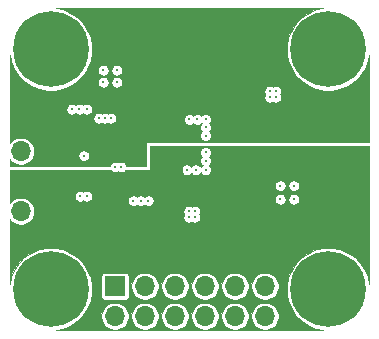
<source format=gbr>
%TF.GenerationSoftware,KiCad,Pcbnew,5.1.6-c6e7f7d~87~ubuntu18.04.1*%
%TF.CreationDate,2020-08-02T22:12:59+02:00*%
%TF.ProjectId,ad9834_eval,61643938-3334-45f6-9576-616c2e6b6963,rev?*%
%TF.SameCoordinates,Original*%
%TF.FileFunction,Copper,L3,Inr*%
%TF.FilePolarity,Positive*%
%FSLAX46Y46*%
G04 Gerber Fmt 4.6, Leading zero omitted, Abs format (unit mm)*
G04 Created by KiCad (PCBNEW 5.1.6-c6e7f7d~87~ubuntu18.04.1) date 2020-08-02 22:12:59*
%MOMM*%
%LPD*%
G01*
G04 APERTURE LIST*
%TA.AperFunction,ViaPad*%
%ADD10O,1.700000X1.700000*%
%TD*%
%TA.AperFunction,ViaPad*%
%ADD11R,1.700000X1.700000*%
%TD*%
%TA.AperFunction,ViaPad*%
%ADD12C,0.800000*%
%TD*%
%TA.AperFunction,ViaPad*%
%ADD13C,6.400000*%
%TD*%
%TA.AperFunction,ViaPad*%
%ADD14C,0.304800*%
%TD*%
%TA.AperFunction,Conductor*%
%ADD15C,0.101600*%
%TD*%
G04 APERTURE END LIST*
D10*
%TO.N,Net-(J1-Pad12)*%
%TO.C,J1*%
X93065600Y-96266000D03*
%TO.N,Net-(J1-Pad11)*%
X93065600Y-93726000D03*
%TO.N,Net-(J1-Pad10)*%
X90525600Y-96266000D03*
%TO.N,GNDA*%
X90525600Y-93726000D03*
%TO.N,Net-(J1-Pad8)*%
X87985600Y-96266000D03*
%TO.N,Net-(J1-Pad7)*%
X87985600Y-93726000D03*
%TO.N,Net-(J1-Pad6)*%
X85445600Y-96266000D03*
%TO.N,GNDA*%
X85445600Y-93726000D03*
%TO.N,Net-(J1-Pad4)*%
X82905600Y-96266000D03*
%TO.N,Net-(J1-Pad3)*%
X82905600Y-93726000D03*
%TO.N,GNDA*%
X80365600Y-96266000D03*
D11*
%TO.N,Net-(J1-Pad1)*%
X80365600Y-93726000D03*
%TD*%
D10*
%TO.N,GNDA*%
%TO.C,J4*%
X72390000Y-87376000D03*
%TO.N,DVDD*%
X72390000Y-84836000D03*
%TO.N,GNDA*%
X72390000Y-82296000D03*
D11*
%TO.N,AVDD*%
X72390000Y-79756000D03*
%TD*%
D12*
%TO.N,GNDA*%
%TO.C,H4*%
X76627056Y-71962944D03*
X74930000Y-71260000D03*
X73232944Y-71962944D03*
X72530000Y-73660000D03*
X73232944Y-75357056D03*
X74930000Y-76060000D03*
X76627056Y-75357056D03*
X77330000Y-73660000D03*
D13*
X74930000Y-73660000D03*
%TD*%
D12*
%TO.N,GNDA*%
%TO.C,H3*%
X76627056Y-92282944D03*
X74930000Y-91580000D03*
X73232944Y-92282944D03*
X72530000Y-93980000D03*
X73232944Y-95677056D03*
X74930000Y-96380000D03*
X76627056Y-95677056D03*
X77330000Y-93980000D03*
D13*
X74930000Y-93980000D03*
%TD*%
D12*
%TO.N,GNDA*%
%TO.C,H2*%
X100122056Y-92282944D03*
X98425000Y-91580000D03*
X96727944Y-92282944D03*
X96025000Y-93980000D03*
X96727944Y-95677056D03*
X98425000Y-96380000D03*
X100122056Y-95677056D03*
X100825000Y-93980000D03*
D13*
X98425000Y-93980000D03*
%TD*%
D12*
%TO.N,GNDA*%
%TO.C,H1*%
X100122056Y-71962944D03*
X98425000Y-71260000D03*
X96727944Y-71962944D03*
X96025000Y-73660000D03*
X96727944Y-75357056D03*
X98425000Y-76060000D03*
X100122056Y-75357056D03*
X100825000Y-73660000D03*
D13*
X98425000Y-73660000D03*
%TD*%
D14*
%TO.N,AVDD*%
X75819000Y-78613000D03*
X75819000Y-78994000D03*
X80264000Y-81026000D03*
X86156800Y-81330800D03*
X80264000Y-80645000D03*
X85598000Y-81330800D03*
%TO.N,GNDA*%
X80518000Y-75438000D03*
X79375000Y-75438000D03*
X80518000Y-76454000D03*
X79375000Y-76454000D03*
X94361000Y-85217000D03*
X95504000Y-85217000D03*
X95504000Y-86360000D03*
X94361000Y-86360000D03*
X83185000Y-86487000D03*
X82550000Y-86487000D03*
X81915000Y-86487000D03*
X78994000Y-79502000D03*
X77978000Y-86106000D03*
X77406500Y-86106000D03*
X77343000Y-78740000D03*
X77978000Y-78740000D03*
X76708000Y-78740000D03*
X79502000Y-79502000D03*
X80010000Y-79502000D03*
X80391000Y-83629500D03*
X88036400Y-82397600D03*
X86461600Y-83870800D03*
X88036400Y-83108800D03*
X87223600Y-83870800D03*
X88036400Y-83870800D03*
X88036400Y-80975200D03*
X88036400Y-80264000D03*
X86664800Y-79603600D03*
X87325200Y-79603600D03*
X88036400Y-79603600D03*
X86614000Y-87376000D03*
X87122000Y-87376000D03*
X93980000Y-77216000D03*
X93472000Y-77216000D03*
X93472000Y-77724000D03*
X93980000Y-77724000D03*
X86614000Y-87884000D03*
X87122000Y-87884000D03*
X80899000Y-83629500D03*
%TO.N,DVDD*%
X80772000Y-85090000D03*
X82677000Y-89662000D03*
X86156800Y-81991200D03*
X85598000Y-81978500D03*
%TO.N,Net-(C4-Pad1)*%
X77724000Y-82677000D03*
%TD*%
D15*
%TO.N,DVDD*%
G36*
X101905200Y-93511135D02*
G01*
X101795112Y-92957688D01*
X101530913Y-92319855D01*
X101147356Y-91745820D01*
X100659180Y-91257644D01*
X100085145Y-90874087D01*
X99447312Y-90609888D01*
X98770193Y-90475200D01*
X98079807Y-90475200D01*
X97402688Y-90609888D01*
X96764855Y-90874087D01*
X96190820Y-91257644D01*
X95702644Y-91745820D01*
X95319087Y-92319855D01*
X95054888Y-92957688D01*
X94920200Y-93634807D01*
X94920200Y-94325193D01*
X95054888Y-95002312D01*
X95319087Y-95640145D01*
X95702644Y-96214180D01*
X96190820Y-96702356D01*
X96764855Y-97085913D01*
X97402688Y-97350112D01*
X97956135Y-97460200D01*
X75398865Y-97460200D01*
X75952312Y-97350112D01*
X76590145Y-97085913D01*
X77164180Y-96702356D01*
X77652356Y-96214180D01*
X77693728Y-96152262D01*
X79210800Y-96152262D01*
X79210800Y-96379738D01*
X79255178Y-96602843D01*
X79342229Y-96813003D01*
X79468608Y-97002142D01*
X79629458Y-97162992D01*
X79818597Y-97289371D01*
X80028757Y-97376422D01*
X80251862Y-97420800D01*
X80479338Y-97420800D01*
X80702443Y-97376422D01*
X80912603Y-97289371D01*
X81101742Y-97162992D01*
X81262592Y-97002142D01*
X81388971Y-96813003D01*
X81476022Y-96602843D01*
X81520400Y-96379738D01*
X81520400Y-96152262D01*
X81750800Y-96152262D01*
X81750800Y-96379738D01*
X81795178Y-96602843D01*
X81882229Y-96813003D01*
X82008608Y-97002142D01*
X82169458Y-97162992D01*
X82358597Y-97289371D01*
X82568757Y-97376422D01*
X82791862Y-97420800D01*
X83019338Y-97420800D01*
X83242443Y-97376422D01*
X83452603Y-97289371D01*
X83641742Y-97162992D01*
X83802592Y-97002142D01*
X83928971Y-96813003D01*
X84016022Y-96602843D01*
X84060400Y-96379738D01*
X84060400Y-96152262D01*
X84290800Y-96152262D01*
X84290800Y-96379738D01*
X84335178Y-96602843D01*
X84422229Y-96813003D01*
X84548608Y-97002142D01*
X84709458Y-97162992D01*
X84898597Y-97289371D01*
X85108757Y-97376422D01*
X85331862Y-97420800D01*
X85559338Y-97420800D01*
X85782443Y-97376422D01*
X85992603Y-97289371D01*
X86181742Y-97162992D01*
X86342592Y-97002142D01*
X86468971Y-96813003D01*
X86556022Y-96602843D01*
X86600400Y-96379738D01*
X86600400Y-96152262D01*
X86830800Y-96152262D01*
X86830800Y-96379738D01*
X86875178Y-96602843D01*
X86962229Y-96813003D01*
X87088608Y-97002142D01*
X87249458Y-97162992D01*
X87438597Y-97289371D01*
X87648757Y-97376422D01*
X87871862Y-97420800D01*
X88099338Y-97420800D01*
X88322443Y-97376422D01*
X88532603Y-97289371D01*
X88721742Y-97162992D01*
X88882592Y-97002142D01*
X89008971Y-96813003D01*
X89096022Y-96602843D01*
X89140400Y-96379738D01*
X89140400Y-96152262D01*
X89370800Y-96152262D01*
X89370800Y-96379738D01*
X89415178Y-96602843D01*
X89502229Y-96813003D01*
X89628608Y-97002142D01*
X89789458Y-97162992D01*
X89978597Y-97289371D01*
X90188757Y-97376422D01*
X90411862Y-97420800D01*
X90639338Y-97420800D01*
X90862443Y-97376422D01*
X91072603Y-97289371D01*
X91261742Y-97162992D01*
X91422592Y-97002142D01*
X91548971Y-96813003D01*
X91636022Y-96602843D01*
X91680400Y-96379738D01*
X91680400Y-96152262D01*
X91910800Y-96152262D01*
X91910800Y-96379738D01*
X91955178Y-96602843D01*
X92042229Y-96813003D01*
X92168608Y-97002142D01*
X92329458Y-97162992D01*
X92518597Y-97289371D01*
X92728757Y-97376422D01*
X92951862Y-97420800D01*
X93179338Y-97420800D01*
X93402443Y-97376422D01*
X93612603Y-97289371D01*
X93801742Y-97162992D01*
X93962592Y-97002142D01*
X94088971Y-96813003D01*
X94176022Y-96602843D01*
X94220400Y-96379738D01*
X94220400Y-96152262D01*
X94176022Y-95929157D01*
X94088971Y-95718997D01*
X93962592Y-95529858D01*
X93801742Y-95369008D01*
X93612603Y-95242629D01*
X93402443Y-95155578D01*
X93179338Y-95111200D01*
X92951862Y-95111200D01*
X92728757Y-95155578D01*
X92518597Y-95242629D01*
X92329458Y-95369008D01*
X92168608Y-95529858D01*
X92042229Y-95718997D01*
X91955178Y-95929157D01*
X91910800Y-96152262D01*
X91680400Y-96152262D01*
X91636022Y-95929157D01*
X91548971Y-95718997D01*
X91422592Y-95529858D01*
X91261742Y-95369008D01*
X91072603Y-95242629D01*
X90862443Y-95155578D01*
X90639338Y-95111200D01*
X90411862Y-95111200D01*
X90188757Y-95155578D01*
X89978597Y-95242629D01*
X89789458Y-95369008D01*
X89628608Y-95529858D01*
X89502229Y-95718997D01*
X89415178Y-95929157D01*
X89370800Y-96152262D01*
X89140400Y-96152262D01*
X89096022Y-95929157D01*
X89008971Y-95718997D01*
X88882592Y-95529858D01*
X88721742Y-95369008D01*
X88532603Y-95242629D01*
X88322443Y-95155578D01*
X88099338Y-95111200D01*
X87871862Y-95111200D01*
X87648757Y-95155578D01*
X87438597Y-95242629D01*
X87249458Y-95369008D01*
X87088608Y-95529858D01*
X86962229Y-95718997D01*
X86875178Y-95929157D01*
X86830800Y-96152262D01*
X86600400Y-96152262D01*
X86556022Y-95929157D01*
X86468971Y-95718997D01*
X86342592Y-95529858D01*
X86181742Y-95369008D01*
X85992603Y-95242629D01*
X85782443Y-95155578D01*
X85559338Y-95111200D01*
X85331862Y-95111200D01*
X85108757Y-95155578D01*
X84898597Y-95242629D01*
X84709458Y-95369008D01*
X84548608Y-95529858D01*
X84422229Y-95718997D01*
X84335178Y-95929157D01*
X84290800Y-96152262D01*
X84060400Y-96152262D01*
X84016022Y-95929157D01*
X83928971Y-95718997D01*
X83802592Y-95529858D01*
X83641742Y-95369008D01*
X83452603Y-95242629D01*
X83242443Y-95155578D01*
X83019338Y-95111200D01*
X82791862Y-95111200D01*
X82568757Y-95155578D01*
X82358597Y-95242629D01*
X82169458Y-95369008D01*
X82008608Y-95529858D01*
X81882229Y-95718997D01*
X81795178Y-95929157D01*
X81750800Y-96152262D01*
X81520400Y-96152262D01*
X81476022Y-95929157D01*
X81388971Y-95718997D01*
X81262592Y-95529858D01*
X81101742Y-95369008D01*
X80912603Y-95242629D01*
X80702443Y-95155578D01*
X80479338Y-95111200D01*
X80251862Y-95111200D01*
X80028757Y-95155578D01*
X79818597Y-95242629D01*
X79629458Y-95369008D01*
X79468608Y-95529858D01*
X79342229Y-95718997D01*
X79255178Y-95929157D01*
X79210800Y-96152262D01*
X77693728Y-96152262D01*
X78035913Y-95640145D01*
X78300112Y-95002312D01*
X78434800Y-94325193D01*
X78434800Y-93634807D01*
X78300112Y-92957688D01*
X78266276Y-92876000D01*
X79209326Y-92876000D01*
X79209326Y-94576000D01*
X79215211Y-94635751D01*
X79232640Y-94693206D01*
X79260942Y-94746157D01*
X79299032Y-94792568D01*
X79345443Y-94830658D01*
X79398394Y-94858960D01*
X79455849Y-94876389D01*
X79515600Y-94882274D01*
X81215600Y-94882274D01*
X81275351Y-94876389D01*
X81332806Y-94858960D01*
X81385757Y-94830658D01*
X81432168Y-94792568D01*
X81470258Y-94746157D01*
X81498560Y-94693206D01*
X81515989Y-94635751D01*
X81521874Y-94576000D01*
X81521874Y-93612262D01*
X81750800Y-93612262D01*
X81750800Y-93839738D01*
X81795178Y-94062843D01*
X81882229Y-94273003D01*
X82008608Y-94462142D01*
X82169458Y-94622992D01*
X82358597Y-94749371D01*
X82568757Y-94836422D01*
X82791862Y-94880800D01*
X83019338Y-94880800D01*
X83242443Y-94836422D01*
X83452603Y-94749371D01*
X83641742Y-94622992D01*
X83802592Y-94462142D01*
X83928971Y-94273003D01*
X84016022Y-94062843D01*
X84060400Y-93839738D01*
X84060400Y-93612262D01*
X84290800Y-93612262D01*
X84290800Y-93839738D01*
X84335178Y-94062843D01*
X84422229Y-94273003D01*
X84548608Y-94462142D01*
X84709458Y-94622992D01*
X84898597Y-94749371D01*
X85108757Y-94836422D01*
X85331862Y-94880800D01*
X85559338Y-94880800D01*
X85782443Y-94836422D01*
X85992603Y-94749371D01*
X86181742Y-94622992D01*
X86342592Y-94462142D01*
X86468971Y-94273003D01*
X86556022Y-94062843D01*
X86600400Y-93839738D01*
X86600400Y-93612262D01*
X86830800Y-93612262D01*
X86830800Y-93839738D01*
X86875178Y-94062843D01*
X86962229Y-94273003D01*
X87088608Y-94462142D01*
X87249458Y-94622992D01*
X87438597Y-94749371D01*
X87648757Y-94836422D01*
X87871862Y-94880800D01*
X88099338Y-94880800D01*
X88322443Y-94836422D01*
X88532603Y-94749371D01*
X88721742Y-94622992D01*
X88882592Y-94462142D01*
X89008971Y-94273003D01*
X89096022Y-94062843D01*
X89140400Y-93839738D01*
X89140400Y-93612262D01*
X89370800Y-93612262D01*
X89370800Y-93839738D01*
X89415178Y-94062843D01*
X89502229Y-94273003D01*
X89628608Y-94462142D01*
X89789458Y-94622992D01*
X89978597Y-94749371D01*
X90188757Y-94836422D01*
X90411862Y-94880800D01*
X90639338Y-94880800D01*
X90862443Y-94836422D01*
X91072603Y-94749371D01*
X91261742Y-94622992D01*
X91422592Y-94462142D01*
X91548971Y-94273003D01*
X91636022Y-94062843D01*
X91680400Y-93839738D01*
X91680400Y-93612262D01*
X91910800Y-93612262D01*
X91910800Y-93839738D01*
X91955178Y-94062843D01*
X92042229Y-94273003D01*
X92168608Y-94462142D01*
X92329458Y-94622992D01*
X92518597Y-94749371D01*
X92728757Y-94836422D01*
X92951862Y-94880800D01*
X93179338Y-94880800D01*
X93402443Y-94836422D01*
X93612603Y-94749371D01*
X93801742Y-94622992D01*
X93962592Y-94462142D01*
X94088971Y-94273003D01*
X94176022Y-94062843D01*
X94220400Y-93839738D01*
X94220400Y-93612262D01*
X94176022Y-93389157D01*
X94088971Y-93178997D01*
X93962592Y-92989858D01*
X93801742Y-92829008D01*
X93612603Y-92702629D01*
X93402443Y-92615578D01*
X93179338Y-92571200D01*
X92951862Y-92571200D01*
X92728757Y-92615578D01*
X92518597Y-92702629D01*
X92329458Y-92829008D01*
X92168608Y-92989858D01*
X92042229Y-93178997D01*
X91955178Y-93389157D01*
X91910800Y-93612262D01*
X91680400Y-93612262D01*
X91636022Y-93389157D01*
X91548971Y-93178997D01*
X91422592Y-92989858D01*
X91261742Y-92829008D01*
X91072603Y-92702629D01*
X90862443Y-92615578D01*
X90639338Y-92571200D01*
X90411862Y-92571200D01*
X90188757Y-92615578D01*
X89978597Y-92702629D01*
X89789458Y-92829008D01*
X89628608Y-92989858D01*
X89502229Y-93178997D01*
X89415178Y-93389157D01*
X89370800Y-93612262D01*
X89140400Y-93612262D01*
X89096022Y-93389157D01*
X89008971Y-93178997D01*
X88882592Y-92989858D01*
X88721742Y-92829008D01*
X88532603Y-92702629D01*
X88322443Y-92615578D01*
X88099338Y-92571200D01*
X87871862Y-92571200D01*
X87648757Y-92615578D01*
X87438597Y-92702629D01*
X87249458Y-92829008D01*
X87088608Y-92989858D01*
X86962229Y-93178997D01*
X86875178Y-93389157D01*
X86830800Y-93612262D01*
X86600400Y-93612262D01*
X86556022Y-93389157D01*
X86468971Y-93178997D01*
X86342592Y-92989858D01*
X86181742Y-92829008D01*
X85992603Y-92702629D01*
X85782443Y-92615578D01*
X85559338Y-92571200D01*
X85331862Y-92571200D01*
X85108757Y-92615578D01*
X84898597Y-92702629D01*
X84709458Y-92829008D01*
X84548608Y-92989858D01*
X84422229Y-93178997D01*
X84335178Y-93389157D01*
X84290800Y-93612262D01*
X84060400Y-93612262D01*
X84016022Y-93389157D01*
X83928971Y-93178997D01*
X83802592Y-92989858D01*
X83641742Y-92829008D01*
X83452603Y-92702629D01*
X83242443Y-92615578D01*
X83019338Y-92571200D01*
X82791862Y-92571200D01*
X82568757Y-92615578D01*
X82358597Y-92702629D01*
X82169458Y-92829008D01*
X82008608Y-92989858D01*
X81882229Y-93178997D01*
X81795178Y-93389157D01*
X81750800Y-93612262D01*
X81521874Y-93612262D01*
X81521874Y-92876000D01*
X81515989Y-92816249D01*
X81498560Y-92758794D01*
X81470258Y-92705843D01*
X81432168Y-92659432D01*
X81385757Y-92621342D01*
X81332806Y-92593040D01*
X81275351Y-92575611D01*
X81215600Y-92569726D01*
X79515600Y-92569726D01*
X79455849Y-92575611D01*
X79398394Y-92593040D01*
X79345443Y-92621342D01*
X79299032Y-92659432D01*
X79260942Y-92705843D01*
X79232640Y-92758794D01*
X79215211Y-92816249D01*
X79209326Y-92876000D01*
X78266276Y-92876000D01*
X78035913Y-92319855D01*
X77652356Y-91745820D01*
X77164180Y-91257644D01*
X76590145Y-90874087D01*
X75952312Y-90609888D01*
X75275193Y-90475200D01*
X74584807Y-90475200D01*
X73907688Y-90609888D01*
X73269855Y-90874087D01*
X72695820Y-91257644D01*
X72207644Y-91745820D01*
X71824087Y-92319855D01*
X71559888Y-92957688D01*
X71449800Y-93511135D01*
X71449800Y-88047477D01*
X71493008Y-88112142D01*
X71653858Y-88272992D01*
X71842997Y-88399371D01*
X72053157Y-88486422D01*
X72276262Y-88530800D01*
X72503738Y-88530800D01*
X72726843Y-88486422D01*
X72937003Y-88399371D01*
X73126142Y-88272992D01*
X73286992Y-88112142D01*
X73413371Y-87923003D01*
X73500422Y-87712843D01*
X73544800Y-87489738D01*
X73544800Y-87330970D01*
X86156800Y-87330970D01*
X86156800Y-87421030D01*
X86174370Y-87509360D01*
X86208835Y-87592565D01*
X86233848Y-87630000D01*
X86208835Y-87667435D01*
X86174370Y-87750640D01*
X86156800Y-87838970D01*
X86156800Y-87929030D01*
X86174370Y-88017360D01*
X86208835Y-88100565D01*
X86258870Y-88175448D01*
X86322552Y-88239130D01*
X86397435Y-88289165D01*
X86480640Y-88323630D01*
X86568970Y-88341200D01*
X86659030Y-88341200D01*
X86747360Y-88323630D01*
X86830565Y-88289165D01*
X86868000Y-88264152D01*
X86905435Y-88289165D01*
X86988640Y-88323630D01*
X87076970Y-88341200D01*
X87167030Y-88341200D01*
X87255360Y-88323630D01*
X87338565Y-88289165D01*
X87413448Y-88239130D01*
X87477130Y-88175448D01*
X87527165Y-88100565D01*
X87561630Y-88017360D01*
X87579200Y-87929030D01*
X87579200Y-87838970D01*
X87561630Y-87750640D01*
X87527165Y-87667435D01*
X87502152Y-87630000D01*
X87527165Y-87592565D01*
X87561630Y-87509360D01*
X87579200Y-87421030D01*
X87579200Y-87330970D01*
X87561630Y-87242640D01*
X87527165Y-87159435D01*
X87477130Y-87084552D01*
X87413448Y-87020870D01*
X87338565Y-86970835D01*
X87255360Y-86936370D01*
X87167030Y-86918800D01*
X87076970Y-86918800D01*
X86988640Y-86936370D01*
X86905435Y-86970835D01*
X86868000Y-86995848D01*
X86830565Y-86970835D01*
X86747360Y-86936370D01*
X86659030Y-86918800D01*
X86568970Y-86918800D01*
X86480640Y-86936370D01*
X86397435Y-86970835D01*
X86322552Y-87020870D01*
X86258870Y-87084552D01*
X86208835Y-87159435D01*
X86174370Y-87242640D01*
X86156800Y-87330970D01*
X73544800Y-87330970D01*
X73544800Y-87262262D01*
X73500422Y-87039157D01*
X73413371Y-86828997D01*
X73286992Y-86639858D01*
X73126142Y-86479008D01*
X72937003Y-86352629D01*
X72726843Y-86265578D01*
X72503738Y-86221200D01*
X72276262Y-86221200D01*
X72053157Y-86265578D01*
X71842997Y-86352629D01*
X71653858Y-86479008D01*
X71493008Y-86639858D01*
X71449800Y-86704523D01*
X71449800Y-86060970D01*
X76949300Y-86060970D01*
X76949300Y-86151030D01*
X76966870Y-86239360D01*
X77001335Y-86322565D01*
X77051370Y-86397448D01*
X77115052Y-86461130D01*
X77189935Y-86511165D01*
X77273140Y-86545630D01*
X77361470Y-86563200D01*
X77451530Y-86563200D01*
X77539860Y-86545630D01*
X77623065Y-86511165D01*
X77692250Y-86464937D01*
X77761435Y-86511165D01*
X77844640Y-86545630D01*
X77932970Y-86563200D01*
X78023030Y-86563200D01*
X78111360Y-86545630D01*
X78194565Y-86511165D01*
X78269448Y-86461130D01*
X78288608Y-86441970D01*
X81457800Y-86441970D01*
X81457800Y-86532030D01*
X81475370Y-86620360D01*
X81509835Y-86703565D01*
X81559870Y-86778448D01*
X81623552Y-86842130D01*
X81698435Y-86892165D01*
X81781640Y-86926630D01*
X81869970Y-86944200D01*
X81960030Y-86944200D01*
X82048360Y-86926630D01*
X82131565Y-86892165D01*
X82206448Y-86842130D01*
X82232500Y-86816078D01*
X82258552Y-86842130D01*
X82333435Y-86892165D01*
X82416640Y-86926630D01*
X82504970Y-86944200D01*
X82595030Y-86944200D01*
X82683360Y-86926630D01*
X82766565Y-86892165D01*
X82841448Y-86842130D01*
X82867500Y-86816078D01*
X82893552Y-86842130D01*
X82968435Y-86892165D01*
X83051640Y-86926630D01*
X83139970Y-86944200D01*
X83230030Y-86944200D01*
X83318360Y-86926630D01*
X83401565Y-86892165D01*
X83476448Y-86842130D01*
X83540130Y-86778448D01*
X83590165Y-86703565D01*
X83624630Y-86620360D01*
X83642200Y-86532030D01*
X83642200Y-86441970D01*
X83624630Y-86353640D01*
X83608613Y-86314970D01*
X93903800Y-86314970D01*
X93903800Y-86405030D01*
X93921370Y-86493360D01*
X93955835Y-86576565D01*
X94005870Y-86651448D01*
X94069552Y-86715130D01*
X94144435Y-86765165D01*
X94227640Y-86799630D01*
X94315970Y-86817200D01*
X94406030Y-86817200D01*
X94494360Y-86799630D01*
X94577565Y-86765165D01*
X94652448Y-86715130D01*
X94716130Y-86651448D01*
X94766165Y-86576565D01*
X94800630Y-86493360D01*
X94818200Y-86405030D01*
X94818200Y-86314970D01*
X95046800Y-86314970D01*
X95046800Y-86405030D01*
X95064370Y-86493360D01*
X95098835Y-86576565D01*
X95148870Y-86651448D01*
X95212552Y-86715130D01*
X95287435Y-86765165D01*
X95370640Y-86799630D01*
X95458970Y-86817200D01*
X95549030Y-86817200D01*
X95637360Y-86799630D01*
X95720565Y-86765165D01*
X95795448Y-86715130D01*
X95859130Y-86651448D01*
X95909165Y-86576565D01*
X95943630Y-86493360D01*
X95961200Y-86405030D01*
X95961200Y-86314970D01*
X95943630Y-86226640D01*
X95909165Y-86143435D01*
X95859130Y-86068552D01*
X95795448Y-86004870D01*
X95720565Y-85954835D01*
X95637360Y-85920370D01*
X95549030Y-85902800D01*
X95458970Y-85902800D01*
X95370640Y-85920370D01*
X95287435Y-85954835D01*
X95212552Y-86004870D01*
X95148870Y-86068552D01*
X95098835Y-86143435D01*
X95064370Y-86226640D01*
X95046800Y-86314970D01*
X94818200Y-86314970D01*
X94800630Y-86226640D01*
X94766165Y-86143435D01*
X94716130Y-86068552D01*
X94652448Y-86004870D01*
X94577565Y-85954835D01*
X94494360Y-85920370D01*
X94406030Y-85902800D01*
X94315970Y-85902800D01*
X94227640Y-85920370D01*
X94144435Y-85954835D01*
X94069552Y-86004870D01*
X94005870Y-86068552D01*
X93955835Y-86143435D01*
X93921370Y-86226640D01*
X93903800Y-86314970D01*
X83608613Y-86314970D01*
X83590165Y-86270435D01*
X83540130Y-86195552D01*
X83476448Y-86131870D01*
X83401565Y-86081835D01*
X83318360Y-86047370D01*
X83230030Y-86029800D01*
X83139970Y-86029800D01*
X83051640Y-86047370D01*
X82968435Y-86081835D01*
X82893552Y-86131870D01*
X82867500Y-86157922D01*
X82841448Y-86131870D01*
X82766565Y-86081835D01*
X82683360Y-86047370D01*
X82595030Y-86029800D01*
X82504970Y-86029800D01*
X82416640Y-86047370D01*
X82333435Y-86081835D01*
X82258552Y-86131870D01*
X82232500Y-86157922D01*
X82206448Y-86131870D01*
X82131565Y-86081835D01*
X82048360Y-86047370D01*
X81960030Y-86029800D01*
X81869970Y-86029800D01*
X81781640Y-86047370D01*
X81698435Y-86081835D01*
X81623552Y-86131870D01*
X81559870Y-86195552D01*
X81509835Y-86270435D01*
X81475370Y-86353640D01*
X81457800Y-86441970D01*
X78288608Y-86441970D01*
X78333130Y-86397448D01*
X78383165Y-86322565D01*
X78417630Y-86239360D01*
X78435200Y-86151030D01*
X78435200Y-86060970D01*
X78417630Y-85972640D01*
X78383165Y-85889435D01*
X78333130Y-85814552D01*
X78269448Y-85750870D01*
X78194565Y-85700835D01*
X78111360Y-85666370D01*
X78023030Y-85648800D01*
X77932970Y-85648800D01*
X77844640Y-85666370D01*
X77761435Y-85700835D01*
X77692250Y-85747063D01*
X77623065Y-85700835D01*
X77539860Y-85666370D01*
X77451530Y-85648800D01*
X77361470Y-85648800D01*
X77273140Y-85666370D01*
X77189935Y-85700835D01*
X77115052Y-85750870D01*
X77051370Y-85814552D01*
X77001335Y-85889435D01*
X76966870Y-85972640D01*
X76949300Y-86060970D01*
X71449800Y-86060970D01*
X71449800Y-85171970D01*
X93903800Y-85171970D01*
X93903800Y-85262030D01*
X93921370Y-85350360D01*
X93955835Y-85433565D01*
X94005870Y-85508448D01*
X94069552Y-85572130D01*
X94144435Y-85622165D01*
X94227640Y-85656630D01*
X94315970Y-85674200D01*
X94406030Y-85674200D01*
X94494360Y-85656630D01*
X94577565Y-85622165D01*
X94652448Y-85572130D01*
X94716130Y-85508448D01*
X94766165Y-85433565D01*
X94800630Y-85350360D01*
X94818200Y-85262030D01*
X94818200Y-85171970D01*
X95046800Y-85171970D01*
X95046800Y-85262030D01*
X95064370Y-85350360D01*
X95098835Y-85433565D01*
X95148870Y-85508448D01*
X95212552Y-85572130D01*
X95287435Y-85622165D01*
X95370640Y-85656630D01*
X95458970Y-85674200D01*
X95549030Y-85674200D01*
X95637360Y-85656630D01*
X95720565Y-85622165D01*
X95795448Y-85572130D01*
X95859130Y-85508448D01*
X95909165Y-85433565D01*
X95943630Y-85350360D01*
X95961200Y-85262030D01*
X95961200Y-85171970D01*
X95943630Y-85083640D01*
X95909165Y-85000435D01*
X95859130Y-84925552D01*
X95795448Y-84861870D01*
X95720565Y-84811835D01*
X95637360Y-84777370D01*
X95549030Y-84759800D01*
X95458970Y-84759800D01*
X95370640Y-84777370D01*
X95287435Y-84811835D01*
X95212552Y-84861870D01*
X95148870Y-84925552D01*
X95098835Y-85000435D01*
X95064370Y-85083640D01*
X95046800Y-85171970D01*
X94818200Y-85171970D01*
X94800630Y-85083640D01*
X94766165Y-85000435D01*
X94716130Y-84925552D01*
X94652448Y-84861870D01*
X94577565Y-84811835D01*
X94494360Y-84777370D01*
X94406030Y-84759800D01*
X94315970Y-84759800D01*
X94227640Y-84777370D01*
X94144435Y-84811835D01*
X94069552Y-84861870D01*
X94005870Y-84925552D01*
X93955835Y-85000435D01*
X93921370Y-85083640D01*
X93903800Y-85171970D01*
X71449800Y-85171970D01*
X71449800Y-83870800D01*
X80002362Y-83870800D01*
X80035870Y-83920948D01*
X80099552Y-83984630D01*
X80174435Y-84034665D01*
X80257640Y-84069130D01*
X80345970Y-84086700D01*
X80436030Y-84086700D01*
X80524360Y-84069130D01*
X80607565Y-84034665D01*
X80645000Y-84009652D01*
X80682435Y-84034665D01*
X80765640Y-84069130D01*
X80853970Y-84086700D01*
X80944030Y-84086700D01*
X81032360Y-84069130D01*
X81115565Y-84034665D01*
X81190448Y-83984630D01*
X81254130Y-83920948D01*
X81287638Y-83870800D01*
X83312000Y-83870800D01*
X83321911Y-83869824D01*
X83331440Y-83866933D01*
X83340223Y-83862239D01*
X83347921Y-83855921D01*
X83354239Y-83848223D01*
X83358933Y-83839440D01*
X83361824Y-83829911D01*
X83362231Y-83825770D01*
X86004400Y-83825770D01*
X86004400Y-83915830D01*
X86021970Y-84004160D01*
X86056435Y-84087365D01*
X86106470Y-84162248D01*
X86170152Y-84225930D01*
X86245035Y-84275965D01*
X86328240Y-84310430D01*
X86416570Y-84328000D01*
X86506630Y-84328000D01*
X86594960Y-84310430D01*
X86678165Y-84275965D01*
X86753048Y-84225930D01*
X86816730Y-84162248D01*
X86842600Y-84123531D01*
X86868470Y-84162248D01*
X86932152Y-84225930D01*
X87007035Y-84275965D01*
X87090240Y-84310430D01*
X87178570Y-84328000D01*
X87268630Y-84328000D01*
X87356960Y-84310430D01*
X87440165Y-84275965D01*
X87515048Y-84225930D01*
X87578730Y-84162248D01*
X87628765Y-84087365D01*
X87630000Y-84084383D01*
X87631235Y-84087365D01*
X87681270Y-84162248D01*
X87744952Y-84225930D01*
X87819835Y-84275965D01*
X87903040Y-84310430D01*
X87991370Y-84328000D01*
X88081430Y-84328000D01*
X88169760Y-84310430D01*
X88252965Y-84275965D01*
X88327848Y-84225930D01*
X88391530Y-84162248D01*
X88441565Y-84087365D01*
X88476030Y-84004160D01*
X88493600Y-83915830D01*
X88493600Y-83825770D01*
X88476030Y-83737440D01*
X88441565Y-83654235D01*
X88391530Y-83579352D01*
X88327848Y-83515670D01*
X88289131Y-83489800D01*
X88327848Y-83463930D01*
X88391530Y-83400248D01*
X88441565Y-83325365D01*
X88476030Y-83242160D01*
X88493600Y-83153830D01*
X88493600Y-83063770D01*
X88476030Y-82975440D01*
X88441565Y-82892235D01*
X88391530Y-82817352D01*
X88327848Y-82753670D01*
X88327145Y-82753200D01*
X88327848Y-82752730D01*
X88391530Y-82689048D01*
X88441565Y-82614165D01*
X88476030Y-82530960D01*
X88493600Y-82442630D01*
X88493600Y-82352570D01*
X88476030Y-82264240D01*
X88441565Y-82181035D01*
X88391530Y-82106152D01*
X88327848Y-82042470D01*
X88252965Y-81992435D01*
X88169760Y-81957970D01*
X88081430Y-81940400D01*
X87991370Y-81940400D01*
X87903040Y-81957970D01*
X87819835Y-81992435D01*
X87744952Y-82042470D01*
X87681270Y-82106152D01*
X87631235Y-82181035D01*
X87596770Y-82264240D01*
X87579200Y-82352570D01*
X87579200Y-82442630D01*
X87596770Y-82530960D01*
X87631235Y-82614165D01*
X87681270Y-82689048D01*
X87744952Y-82752730D01*
X87745655Y-82753200D01*
X87744952Y-82753670D01*
X87681270Y-82817352D01*
X87631235Y-82892235D01*
X87596770Y-82975440D01*
X87579200Y-83063770D01*
X87579200Y-83153830D01*
X87596770Y-83242160D01*
X87631235Y-83325365D01*
X87681270Y-83400248D01*
X87744952Y-83463930D01*
X87783669Y-83489800D01*
X87744952Y-83515670D01*
X87681270Y-83579352D01*
X87631235Y-83654235D01*
X87630000Y-83657217D01*
X87628765Y-83654235D01*
X87578730Y-83579352D01*
X87515048Y-83515670D01*
X87440165Y-83465635D01*
X87356960Y-83431170D01*
X87268630Y-83413600D01*
X87178570Y-83413600D01*
X87090240Y-83431170D01*
X87007035Y-83465635D01*
X86932152Y-83515670D01*
X86868470Y-83579352D01*
X86842600Y-83618069D01*
X86816730Y-83579352D01*
X86753048Y-83515670D01*
X86678165Y-83465635D01*
X86594960Y-83431170D01*
X86506630Y-83413600D01*
X86416570Y-83413600D01*
X86328240Y-83431170D01*
X86245035Y-83465635D01*
X86170152Y-83515670D01*
X86106470Y-83579352D01*
X86056435Y-83654235D01*
X86021970Y-83737440D01*
X86004400Y-83825770D01*
X83362231Y-83825770D01*
X83362800Y-83820000D01*
X83362800Y-81838800D01*
X101905201Y-81838800D01*
X101905200Y-93511135D01*
G37*
X101905200Y-93511135D02*
X101795112Y-92957688D01*
X101530913Y-92319855D01*
X101147356Y-91745820D01*
X100659180Y-91257644D01*
X100085145Y-90874087D01*
X99447312Y-90609888D01*
X98770193Y-90475200D01*
X98079807Y-90475200D01*
X97402688Y-90609888D01*
X96764855Y-90874087D01*
X96190820Y-91257644D01*
X95702644Y-91745820D01*
X95319087Y-92319855D01*
X95054888Y-92957688D01*
X94920200Y-93634807D01*
X94920200Y-94325193D01*
X95054888Y-95002312D01*
X95319087Y-95640145D01*
X95702644Y-96214180D01*
X96190820Y-96702356D01*
X96764855Y-97085913D01*
X97402688Y-97350112D01*
X97956135Y-97460200D01*
X75398865Y-97460200D01*
X75952312Y-97350112D01*
X76590145Y-97085913D01*
X77164180Y-96702356D01*
X77652356Y-96214180D01*
X77693728Y-96152262D01*
X79210800Y-96152262D01*
X79210800Y-96379738D01*
X79255178Y-96602843D01*
X79342229Y-96813003D01*
X79468608Y-97002142D01*
X79629458Y-97162992D01*
X79818597Y-97289371D01*
X80028757Y-97376422D01*
X80251862Y-97420800D01*
X80479338Y-97420800D01*
X80702443Y-97376422D01*
X80912603Y-97289371D01*
X81101742Y-97162992D01*
X81262592Y-97002142D01*
X81388971Y-96813003D01*
X81476022Y-96602843D01*
X81520400Y-96379738D01*
X81520400Y-96152262D01*
X81750800Y-96152262D01*
X81750800Y-96379738D01*
X81795178Y-96602843D01*
X81882229Y-96813003D01*
X82008608Y-97002142D01*
X82169458Y-97162992D01*
X82358597Y-97289371D01*
X82568757Y-97376422D01*
X82791862Y-97420800D01*
X83019338Y-97420800D01*
X83242443Y-97376422D01*
X83452603Y-97289371D01*
X83641742Y-97162992D01*
X83802592Y-97002142D01*
X83928971Y-96813003D01*
X84016022Y-96602843D01*
X84060400Y-96379738D01*
X84060400Y-96152262D01*
X84290800Y-96152262D01*
X84290800Y-96379738D01*
X84335178Y-96602843D01*
X84422229Y-96813003D01*
X84548608Y-97002142D01*
X84709458Y-97162992D01*
X84898597Y-97289371D01*
X85108757Y-97376422D01*
X85331862Y-97420800D01*
X85559338Y-97420800D01*
X85782443Y-97376422D01*
X85992603Y-97289371D01*
X86181742Y-97162992D01*
X86342592Y-97002142D01*
X86468971Y-96813003D01*
X86556022Y-96602843D01*
X86600400Y-96379738D01*
X86600400Y-96152262D01*
X86830800Y-96152262D01*
X86830800Y-96379738D01*
X86875178Y-96602843D01*
X86962229Y-96813003D01*
X87088608Y-97002142D01*
X87249458Y-97162992D01*
X87438597Y-97289371D01*
X87648757Y-97376422D01*
X87871862Y-97420800D01*
X88099338Y-97420800D01*
X88322443Y-97376422D01*
X88532603Y-97289371D01*
X88721742Y-97162992D01*
X88882592Y-97002142D01*
X89008971Y-96813003D01*
X89096022Y-96602843D01*
X89140400Y-96379738D01*
X89140400Y-96152262D01*
X89370800Y-96152262D01*
X89370800Y-96379738D01*
X89415178Y-96602843D01*
X89502229Y-96813003D01*
X89628608Y-97002142D01*
X89789458Y-97162992D01*
X89978597Y-97289371D01*
X90188757Y-97376422D01*
X90411862Y-97420800D01*
X90639338Y-97420800D01*
X90862443Y-97376422D01*
X91072603Y-97289371D01*
X91261742Y-97162992D01*
X91422592Y-97002142D01*
X91548971Y-96813003D01*
X91636022Y-96602843D01*
X91680400Y-96379738D01*
X91680400Y-96152262D01*
X91910800Y-96152262D01*
X91910800Y-96379738D01*
X91955178Y-96602843D01*
X92042229Y-96813003D01*
X92168608Y-97002142D01*
X92329458Y-97162992D01*
X92518597Y-97289371D01*
X92728757Y-97376422D01*
X92951862Y-97420800D01*
X93179338Y-97420800D01*
X93402443Y-97376422D01*
X93612603Y-97289371D01*
X93801742Y-97162992D01*
X93962592Y-97002142D01*
X94088971Y-96813003D01*
X94176022Y-96602843D01*
X94220400Y-96379738D01*
X94220400Y-96152262D01*
X94176022Y-95929157D01*
X94088971Y-95718997D01*
X93962592Y-95529858D01*
X93801742Y-95369008D01*
X93612603Y-95242629D01*
X93402443Y-95155578D01*
X93179338Y-95111200D01*
X92951862Y-95111200D01*
X92728757Y-95155578D01*
X92518597Y-95242629D01*
X92329458Y-95369008D01*
X92168608Y-95529858D01*
X92042229Y-95718997D01*
X91955178Y-95929157D01*
X91910800Y-96152262D01*
X91680400Y-96152262D01*
X91636022Y-95929157D01*
X91548971Y-95718997D01*
X91422592Y-95529858D01*
X91261742Y-95369008D01*
X91072603Y-95242629D01*
X90862443Y-95155578D01*
X90639338Y-95111200D01*
X90411862Y-95111200D01*
X90188757Y-95155578D01*
X89978597Y-95242629D01*
X89789458Y-95369008D01*
X89628608Y-95529858D01*
X89502229Y-95718997D01*
X89415178Y-95929157D01*
X89370800Y-96152262D01*
X89140400Y-96152262D01*
X89096022Y-95929157D01*
X89008971Y-95718997D01*
X88882592Y-95529858D01*
X88721742Y-95369008D01*
X88532603Y-95242629D01*
X88322443Y-95155578D01*
X88099338Y-95111200D01*
X87871862Y-95111200D01*
X87648757Y-95155578D01*
X87438597Y-95242629D01*
X87249458Y-95369008D01*
X87088608Y-95529858D01*
X86962229Y-95718997D01*
X86875178Y-95929157D01*
X86830800Y-96152262D01*
X86600400Y-96152262D01*
X86556022Y-95929157D01*
X86468971Y-95718997D01*
X86342592Y-95529858D01*
X86181742Y-95369008D01*
X85992603Y-95242629D01*
X85782443Y-95155578D01*
X85559338Y-95111200D01*
X85331862Y-95111200D01*
X85108757Y-95155578D01*
X84898597Y-95242629D01*
X84709458Y-95369008D01*
X84548608Y-95529858D01*
X84422229Y-95718997D01*
X84335178Y-95929157D01*
X84290800Y-96152262D01*
X84060400Y-96152262D01*
X84016022Y-95929157D01*
X83928971Y-95718997D01*
X83802592Y-95529858D01*
X83641742Y-95369008D01*
X83452603Y-95242629D01*
X83242443Y-95155578D01*
X83019338Y-95111200D01*
X82791862Y-95111200D01*
X82568757Y-95155578D01*
X82358597Y-95242629D01*
X82169458Y-95369008D01*
X82008608Y-95529858D01*
X81882229Y-95718997D01*
X81795178Y-95929157D01*
X81750800Y-96152262D01*
X81520400Y-96152262D01*
X81476022Y-95929157D01*
X81388971Y-95718997D01*
X81262592Y-95529858D01*
X81101742Y-95369008D01*
X80912603Y-95242629D01*
X80702443Y-95155578D01*
X80479338Y-95111200D01*
X80251862Y-95111200D01*
X80028757Y-95155578D01*
X79818597Y-95242629D01*
X79629458Y-95369008D01*
X79468608Y-95529858D01*
X79342229Y-95718997D01*
X79255178Y-95929157D01*
X79210800Y-96152262D01*
X77693728Y-96152262D01*
X78035913Y-95640145D01*
X78300112Y-95002312D01*
X78434800Y-94325193D01*
X78434800Y-93634807D01*
X78300112Y-92957688D01*
X78266276Y-92876000D01*
X79209326Y-92876000D01*
X79209326Y-94576000D01*
X79215211Y-94635751D01*
X79232640Y-94693206D01*
X79260942Y-94746157D01*
X79299032Y-94792568D01*
X79345443Y-94830658D01*
X79398394Y-94858960D01*
X79455849Y-94876389D01*
X79515600Y-94882274D01*
X81215600Y-94882274D01*
X81275351Y-94876389D01*
X81332806Y-94858960D01*
X81385757Y-94830658D01*
X81432168Y-94792568D01*
X81470258Y-94746157D01*
X81498560Y-94693206D01*
X81515989Y-94635751D01*
X81521874Y-94576000D01*
X81521874Y-93612262D01*
X81750800Y-93612262D01*
X81750800Y-93839738D01*
X81795178Y-94062843D01*
X81882229Y-94273003D01*
X82008608Y-94462142D01*
X82169458Y-94622992D01*
X82358597Y-94749371D01*
X82568757Y-94836422D01*
X82791862Y-94880800D01*
X83019338Y-94880800D01*
X83242443Y-94836422D01*
X83452603Y-94749371D01*
X83641742Y-94622992D01*
X83802592Y-94462142D01*
X83928971Y-94273003D01*
X84016022Y-94062843D01*
X84060400Y-93839738D01*
X84060400Y-93612262D01*
X84290800Y-93612262D01*
X84290800Y-93839738D01*
X84335178Y-94062843D01*
X84422229Y-94273003D01*
X84548608Y-94462142D01*
X84709458Y-94622992D01*
X84898597Y-94749371D01*
X85108757Y-94836422D01*
X85331862Y-94880800D01*
X85559338Y-94880800D01*
X85782443Y-94836422D01*
X85992603Y-94749371D01*
X86181742Y-94622992D01*
X86342592Y-94462142D01*
X86468971Y-94273003D01*
X86556022Y-94062843D01*
X86600400Y-93839738D01*
X86600400Y-93612262D01*
X86830800Y-93612262D01*
X86830800Y-93839738D01*
X86875178Y-94062843D01*
X86962229Y-94273003D01*
X87088608Y-94462142D01*
X87249458Y-94622992D01*
X87438597Y-94749371D01*
X87648757Y-94836422D01*
X87871862Y-94880800D01*
X88099338Y-94880800D01*
X88322443Y-94836422D01*
X88532603Y-94749371D01*
X88721742Y-94622992D01*
X88882592Y-94462142D01*
X89008971Y-94273003D01*
X89096022Y-94062843D01*
X89140400Y-93839738D01*
X89140400Y-93612262D01*
X89370800Y-93612262D01*
X89370800Y-93839738D01*
X89415178Y-94062843D01*
X89502229Y-94273003D01*
X89628608Y-94462142D01*
X89789458Y-94622992D01*
X89978597Y-94749371D01*
X90188757Y-94836422D01*
X90411862Y-94880800D01*
X90639338Y-94880800D01*
X90862443Y-94836422D01*
X91072603Y-94749371D01*
X91261742Y-94622992D01*
X91422592Y-94462142D01*
X91548971Y-94273003D01*
X91636022Y-94062843D01*
X91680400Y-93839738D01*
X91680400Y-93612262D01*
X91910800Y-93612262D01*
X91910800Y-93839738D01*
X91955178Y-94062843D01*
X92042229Y-94273003D01*
X92168608Y-94462142D01*
X92329458Y-94622992D01*
X92518597Y-94749371D01*
X92728757Y-94836422D01*
X92951862Y-94880800D01*
X93179338Y-94880800D01*
X93402443Y-94836422D01*
X93612603Y-94749371D01*
X93801742Y-94622992D01*
X93962592Y-94462142D01*
X94088971Y-94273003D01*
X94176022Y-94062843D01*
X94220400Y-93839738D01*
X94220400Y-93612262D01*
X94176022Y-93389157D01*
X94088971Y-93178997D01*
X93962592Y-92989858D01*
X93801742Y-92829008D01*
X93612603Y-92702629D01*
X93402443Y-92615578D01*
X93179338Y-92571200D01*
X92951862Y-92571200D01*
X92728757Y-92615578D01*
X92518597Y-92702629D01*
X92329458Y-92829008D01*
X92168608Y-92989858D01*
X92042229Y-93178997D01*
X91955178Y-93389157D01*
X91910800Y-93612262D01*
X91680400Y-93612262D01*
X91636022Y-93389157D01*
X91548971Y-93178997D01*
X91422592Y-92989858D01*
X91261742Y-92829008D01*
X91072603Y-92702629D01*
X90862443Y-92615578D01*
X90639338Y-92571200D01*
X90411862Y-92571200D01*
X90188757Y-92615578D01*
X89978597Y-92702629D01*
X89789458Y-92829008D01*
X89628608Y-92989858D01*
X89502229Y-93178997D01*
X89415178Y-93389157D01*
X89370800Y-93612262D01*
X89140400Y-93612262D01*
X89096022Y-93389157D01*
X89008971Y-93178997D01*
X88882592Y-92989858D01*
X88721742Y-92829008D01*
X88532603Y-92702629D01*
X88322443Y-92615578D01*
X88099338Y-92571200D01*
X87871862Y-92571200D01*
X87648757Y-92615578D01*
X87438597Y-92702629D01*
X87249458Y-92829008D01*
X87088608Y-92989858D01*
X86962229Y-93178997D01*
X86875178Y-93389157D01*
X86830800Y-93612262D01*
X86600400Y-93612262D01*
X86556022Y-93389157D01*
X86468971Y-93178997D01*
X86342592Y-92989858D01*
X86181742Y-92829008D01*
X85992603Y-92702629D01*
X85782443Y-92615578D01*
X85559338Y-92571200D01*
X85331862Y-92571200D01*
X85108757Y-92615578D01*
X84898597Y-92702629D01*
X84709458Y-92829008D01*
X84548608Y-92989858D01*
X84422229Y-93178997D01*
X84335178Y-93389157D01*
X84290800Y-93612262D01*
X84060400Y-93612262D01*
X84016022Y-93389157D01*
X83928971Y-93178997D01*
X83802592Y-92989858D01*
X83641742Y-92829008D01*
X83452603Y-92702629D01*
X83242443Y-92615578D01*
X83019338Y-92571200D01*
X82791862Y-92571200D01*
X82568757Y-92615578D01*
X82358597Y-92702629D01*
X82169458Y-92829008D01*
X82008608Y-92989858D01*
X81882229Y-93178997D01*
X81795178Y-93389157D01*
X81750800Y-93612262D01*
X81521874Y-93612262D01*
X81521874Y-92876000D01*
X81515989Y-92816249D01*
X81498560Y-92758794D01*
X81470258Y-92705843D01*
X81432168Y-92659432D01*
X81385757Y-92621342D01*
X81332806Y-92593040D01*
X81275351Y-92575611D01*
X81215600Y-92569726D01*
X79515600Y-92569726D01*
X79455849Y-92575611D01*
X79398394Y-92593040D01*
X79345443Y-92621342D01*
X79299032Y-92659432D01*
X79260942Y-92705843D01*
X79232640Y-92758794D01*
X79215211Y-92816249D01*
X79209326Y-92876000D01*
X78266276Y-92876000D01*
X78035913Y-92319855D01*
X77652356Y-91745820D01*
X77164180Y-91257644D01*
X76590145Y-90874087D01*
X75952312Y-90609888D01*
X75275193Y-90475200D01*
X74584807Y-90475200D01*
X73907688Y-90609888D01*
X73269855Y-90874087D01*
X72695820Y-91257644D01*
X72207644Y-91745820D01*
X71824087Y-92319855D01*
X71559888Y-92957688D01*
X71449800Y-93511135D01*
X71449800Y-88047477D01*
X71493008Y-88112142D01*
X71653858Y-88272992D01*
X71842997Y-88399371D01*
X72053157Y-88486422D01*
X72276262Y-88530800D01*
X72503738Y-88530800D01*
X72726843Y-88486422D01*
X72937003Y-88399371D01*
X73126142Y-88272992D01*
X73286992Y-88112142D01*
X73413371Y-87923003D01*
X73500422Y-87712843D01*
X73544800Y-87489738D01*
X73544800Y-87330970D01*
X86156800Y-87330970D01*
X86156800Y-87421030D01*
X86174370Y-87509360D01*
X86208835Y-87592565D01*
X86233848Y-87630000D01*
X86208835Y-87667435D01*
X86174370Y-87750640D01*
X86156800Y-87838970D01*
X86156800Y-87929030D01*
X86174370Y-88017360D01*
X86208835Y-88100565D01*
X86258870Y-88175448D01*
X86322552Y-88239130D01*
X86397435Y-88289165D01*
X86480640Y-88323630D01*
X86568970Y-88341200D01*
X86659030Y-88341200D01*
X86747360Y-88323630D01*
X86830565Y-88289165D01*
X86868000Y-88264152D01*
X86905435Y-88289165D01*
X86988640Y-88323630D01*
X87076970Y-88341200D01*
X87167030Y-88341200D01*
X87255360Y-88323630D01*
X87338565Y-88289165D01*
X87413448Y-88239130D01*
X87477130Y-88175448D01*
X87527165Y-88100565D01*
X87561630Y-88017360D01*
X87579200Y-87929030D01*
X87579200Y-87838970D01*
X87561630Y-87750640D01*
X87527165Y-87667435D01*
X87502152Y-87630000D01*
X87527165Y-87592565D01*
X87561630Y-87509360D01*
X87579200Y-87421030D01*
X87579200Y-87330970D01*
X87561630Y-87242640D01*
X87527165Y-87159435D01*
X87477130Y-87084552D01*
X87413448Y-87020870D01*
X87338565Y-86970835D01*
X87255360Y-86936370D01*
X87167030Y-86918800D01*
X87076970Y-86918800D01*
X86988640Y-86936370D01*
X86905435Y-86970835D01*
X86868000Y-86995848D01*
X86830565Y-86970835D01*
X86747360Y-86936370D01*
X86659030Y-86918800D01*
X86568970Y-86918800D01*
X86480640Y-86936370D01*
X86397435Y-86970835D01*
X86322552Y-87020870D01*
X86258870Y-87084552D01*
X86208835Y-87159435D01*
X86174370Y-87242640D01*
X86156800Y-87330970D01*
X73544800Y-87330970D01*
X73544800Y-87262262D01*
X73500422Y-87039157D01*
X73413371Y-86828997D01*
X73286992Y-86639858D01*
X73126142Y-86479008D01*
X72937003Y-86352629D01*
X72726843Y-86265578D01*
X72503738Y-86221200D01*
X72276262Y-86221200D01*
X72053157Y-86265578D01*
X71842997Y-86352629D01*
X71653858Y-86479008D01*
X71493008Y-86639858D01*
X71449800Y-86704523D01*
X71449800Y-86060970D01*
X76949300Y-86060970D01*
X76949300Y-86151030D01*
X76966870Y-86239360D01*
X77001335Y-86322565D01*
X77051370Y-86397448D01*
X77115052Y-86461130D01*
X77189935Y-86511165D01*
X77273140Y-86545630D01*
X77361470Y-86563200D01*
X77451530Y-86563200D01*
X77539860Y-86545630D01*
X77623065Y-86511165D01*
X77692250Y-86464937D01*
X77761435Y-86511165D01*
X77844640Y-86545630D01*
X77932970Y-86563200D01*
X78023030Y-86563200D01*
X78111360Y-86545630D01*
X78194565Y-86511165D01*
X78269448Y-86461130D01*
X78288608Y-86441970D01*
X81457800Y-86441970D01*
X81457800Y-86532030D01*
X81475370Y-86620360D01*
X81509835Y-86703565D01*
X81559870Y-86778448D01*
X81623552Y-86842130D01*
X81698435Y-86892165D01*
X81781640Y-86926630D01*
X81869970Y-86944200D01*
X81960030Y-86944200D01*
X82048360Y-86926630D01*
X82131565Y-86892165D01*
X82206448Y-86842130D01*
X82232500Y-86816078D01*
X82258552Y-86842130D01*
X82333435Y-86892165D01*
X82416640Y-86926630D01*
X82504970Y-86944200D01*
X82595030Y-86944200D01*
X82683360Y-86926630D01*
X82766565Y-86892165D01*
X82841448Y-86842130D01*
X82867500Y-86816078D01*
X82893552Y-86842130D01*
X82968435Y-86892165D01*
X83051640Y-86926630D01*
X83139970Y-86944200D01*
X83230030Y-86944200D01*
X83318360Y-86926630D01*
X83401565Y-86892165D01*
X83476448Y-86842130D01*
X83540130Y-86778448D01*
X83590165Y-86703565D01*
X83624630Y-86620360D01*
X83642200Y-86532030D01*
X83642200Y-86441970D01*
X83624630Y-86353640D01*
X83608613Y-86314970D01*
X93903800Y-86314970D01*
X93903800Y-86405030D01*
X93921370Y-86493360D01*
X93955835Y-86576565D01*
X94005870Y-86651448D01*
X94069552Y-86715130D01*
X94144435Y-86765165D01*
X94227640Y-86799630D01*
X94315970Y-86817200D01*
X94406030Y-86817200D01*
X94494360Y-86799630D01*
X94577565Y-86765165D01*
X94652448Y-86715130D01*
X94716130Y-86651448D01*
X94766165Y-86576565D01*
X94800630Y-86493360D01*
X94818200Y-86405030D01*
X94818200Y-86314970D01*
X95046800Y-86314970D01*
X95046800Y-86405030D01*
X95064370Y-86493360D01*
X95098835Y-86576565D01*
X95148870Y-86651448D01*
X95212552Y-86715130D01*
X95287435Y-86765165D01*
X95370640Y-86799630D01*
X95458970Y-86817200D01*
X95549030Y-86817200D01*
X95637360Y-86799630D01*
X95720565Y-86765165D01*
X95795448Y-86715130D01*
X95859130Y-86651448D01*
X95909165Y-86576565D01*
X95943630Y-86493360D01*
X95961200Y-86405030D01*
X95961200Y-86314970D01*
X95943630Y-86226640D01*
X95909165Y-86143435D01*
X95859130Y-86068552D01*
X95795448Y-86004870D01*
X95720565Y-85954835D01*
X95637360Y-85920370D01*
X95549030Y-85902800D01*
X95458970Y-85902800D01*
X95370640Y-85920370D01*
X95287435Y-85954835D01*
X95212552Y-86004870D01*
X95148870Y-86068552D01*
X95098835Y-86143435D01*
X95064370Y-86226640D01*
X95046800Y-86314970D01*
X94818200Y-86314970D01*
X94800630Y-86226640D01*
X94766165Y-86143435D01*
X94716130Y-86068552D01*
X94652448Y-86004870D01*
X94577565Y-85954835D01*
X94494360Y-85920370D01*
X94406030Y-85902800D01*
X94315970Y-85902800D01*
X94227640Y-85920370D01*
X94144435Y-85954835D01*
X94069552Y-86004870D01*
X94005870Y-86068552D01*
X93955835Y-86143435D01*
X93921370Y-86226640D01*
X93903800Y-86314970D01*
X83608613Y-86314970D01*
X83590165Y-86270435D01*
X83540130Y-86195552D01*
X83476448Y-86131870D01*
X83401565Y-86081835D01*
X83318360Y-86047370D01*
X83230030Y-86029800D01*
X83139970Y-86029800D01*
X83051640Y-86047370D01*
X82968435Y-86081835D01*
X82893552Y-86131870D01*
X82867500Y-86157922D01*
X82841448Y-86131870D01*
X82766565Y-86081835D01*
X82683360Y-86047370D01*
X82595030Y-86029800D01*
X82504970Y-86029800D01*
X82416640Y-86047370D01*
X82333435Y-86081835D01*
X82258552Y-86131870D01*
X82232500Y-86157922D01*
X82206448Y-86131870D01*
X82131565Y-86081835D01*
X82048360Y-86047370D01*
X81960030Y-86029800D01*
X81869970Y-86029800D01*
X81781640Y-86047370D01*
X81698435Y-86081835D01*
X81623552Y-86131870D01*
X81559870Y-86195552D01*
X81509835Y-86270435D01*
X81475370Y-86353640D01*
X81457800Y-86441970D01*
X78288608Y-86441970D01*
X78333130Y-86397448D01*
X78383165Y-86322565D01*
X78417630Y-86239360D01*
X78435200Y-86151030D01*
X78435200Y-86060970D01*
X78417630Y-85972640D01*
X78383165Y-85889435D01*
X78333130Y-85814552D01*
X78269448Y-85750870D01*
X78194565Y-85700835D01*
X78111360Y-85666370D01*
X78023030Y-85648800D01*
X77932970Y-85648800D01*
X77844640Y-85666370D01*
X77761435Y-85700835D01*
X77692250Y-85747063D01*
X77623065Y-85700835D01*
X77539860Y-85666370D01*
X77451530Y-85648800D01*
X77361470Y-85648800D01*
X77273140Y-85666370D01*
X77189935Y-85700835D01*
X77115052Y-85750870D01*
X77051370Y-85814552D01*
X77001335Y-85889435D01*
X76966870Y-85972640D01*
X76949300Y-86060970D01*
X71449800Y-86060970D01*
X71449800Y-85171970D01*
X93903800Y-85171970D01*
X93903800Y-85262030D01*
X93921370Y-85350360D01*
X93955835Y-85433565D01*
X94005870Y-85508448D01*
X94069552Y-85572130D01*
X94144435Y-85622165D01*
X94227640Y-85656630D01*
X94315970Y-85674200D01*
X94406030Y-85674200D01*
X94494360Y-85656630D01*
X94577565Y-85622165D01*
X94652448Y-85572130D01*
X94716130Y-85508448D01*
X94766165Y-85433565D01*
X94800630Y-85350360D01*
X94818200Y-85262030D01*
X94818200Y-85171970D01*
X95046800Y-85171970D01*
X95046800Y-85262030D01*
X95064370Y-85350360D01*
X95098835Y-85433565D01*
X95148870Y-85508448D01*
X95212552Y-85572130D01*
X95287435Y-85622165D01*
X95370640Y-85656630D01*
X95458970Y-85674200D01*
X95549030Y-85674200D01*
X95637360Y-85656630D01*
X95720565Y-85622165D01*
X95795448Y-85572130D01*
X95859130Y-85508448D01*
X95909165Y-85433565D01*
X95943630Y-85350360D01*
X95961200Y-85262030D01*
X95961200Y-85171970D01*
X95943630Y-85083640D01*
X95909165Y-85000435D01*
X95859130Y-84925552D01*
X95795448Y-84861870D01*
X95720565Y-84811835D01*
X95637360Y-84777370D01*
X95549030Y-84759800D01*
X95458970Y-84759800D01*
X95370640Y-84777370D01*
X95287435Y-84811835D01*
X95212552Y-84861870D01*
X95148870Y-84925552D01*
X95098835Y-85000435D01*
X95064370Y-85083640D01*
X95046800Y-85171970D01*
X94818200Y-85171970D01*
X94800630Y-85083640D01*
X94766165Y-85000435D01*
X94716130Y-84925552D01*
X94652448Y-84861870D01*
X94577565Y-84811835D01*
X94494360Y-84777370D01*
X94406030Y-84759800D01*
X94315970Y-84759800D01*
X94227640Y-84777370D01*
X94144435Y-84811835D01*
X94069552Y-84861870D01*
X94005870Y-84925552D01*
X93955835Y-85000435D01*
X93921370Y-85083640D01*
X93903800Y-85171970D01*
X71449800Y-85171970D01*
X71449800Y-83870800D01*
X80002362Y-83870800D01*
X80035870Y-83920948D01*
X80099552Y-83984630D01*
X80174435Y-84034665D01*
X80257640Y-84069130D01*
X80345970Y-84086700D01*
X80436030Y-84086700D01*
X80524360Y-84069130D01*
X80607565Y-84034665D01*
X80645000Y-84009652D01*
X80682435Y-84034665D01*
X80765640Y-84069130D01*
X80853970Y-84086700D01*
X80944030Y-84086700D01*
X81032360Y-84069130D01*
X81115565Y-84034665D01*
X81190448Y-83984630D01*
X81254130Y-83920948D01*
X81287638Y-83870800D01*
X83312000Y-83870800D01*
X83321911Y-83869824D01*
X83331440Y-83866933D01*
X83340223Y-83862239D01*
X83347921Y-83855921D01*
X83354239Y-83848223D01*
X83358933Y-83839440D01*
X83361824Y-83829911D01*
X83362231Y-83825770D01*
X86004400Y-83825770D01*
X86004400Y-83915830D01*
X86021970Y-84004160D01*
X86056435Y-84087365D01*
X86106470Y-84162248D01*
X86170152Y-84225930D01*
X86245035Y-84275965D01*
X86328240Y-84310430D01*
X86416570Y-84328000D01*
X86506630Y-84328000D01*
X86594960Y-84310430D01*
X86678165Y-84275965D01*
X86753048Y-84225930D01*
X86816730Y-84162248D01*
X86842600Y-84123531D01*
X86868470Y-84162248D01*
X86932152Y-84225930D01*
X87007035Y-84275965D01*
X87090240Y-84310430D01*
X87178570Y-84328000D01*
X87268630Y-84328000D01*
X87356960Y-84310430D01*
X87440165Y-84275965D01*
X87515048Y-84225930D01*
X87578730Y-84162248D01*
X87628765Y-84087365D01*
X87630000Y-84084383D01*
X87631235Y-84087365D01*
X87681270Y-84162248D01*
X87744952Y-84225930D01*
X87819835Y-84275965D01*
X87903040Y-84310430D01*
X87991370Y-84328000D01*
X88081430Y-84328000D01*
X88169760Y-84310430D01*
X88252965Y-84275965D01*
X88327848Y-84225930D01*
X88391530Y-84162248D01*
X88441565Y-84087365D01*
X88476030Y-84004160D01*
X88493600Y-83915830D01*
X88493600Y-83825770D01*
X88476030Y-83737440D01*
X88441565Y-83654235D01*
X88391530Y-83579352D01*
X88327848Y-83515670D01*
X88289131Y-83489800D01*
X88327848Y-83463930D01*
X88391530Y-83400248D01*
X88441565Y-83325365D01*
X88476030Y-83242160D01*
X88493600Y-83153830D01*
X88493600Y-83063770D01*
X88476030Y-82975440D01*
X88441565Y-82892235D01*
X88391530Y-82817352D01*
X88327848Y-82753670D01*
X88327145Y-82753200D01*
X88327848Y-82752730D01*
X88391530Y-82689048D01*
X88441565Y-82614165D01*
X88476030Y-82530960D01*
X88493600Y-82442630D01*
X88493600Y-82352570D01*
X88476030Y-82264240D01*
X88441565Y-82181035D01*
X88391530Y-82106152D01*
X88327848Y-82042470D01*
X88252965Y-81992435D01*
X88169760Y-81957970D01*
X88081430Y-81940400D01*
X87991370Y-81940400D01*
X87903040Y-81957970D01*
X87819835Y-81992435D01*
X87744952Y-82042470D01*
X87681270Y-82106152D01*
X87631235Y-82181035D01*
X87596770Y-82264240D01*
X87579200Y-82352570D01*
X87579200Y-82442630D01*
X87596770Y-82530960D01*
X87631235Y-82614165D01*
X87681270Y-82689048D01*
X87744952Y-82752730D01*
X87745655Y-82753200D01*
X87744952Y-82753670D01*
X87681270Y-82817352D01*
X87631235Y-82892235D01*
X87596770Y-82975440D01*
X87579200Y-83063770D01*
X87579200Y-83153830D01*
X87596770Y-83242160D01*
X87631235Y-83325365D01*
X87681270Y-83400248D01*
X87744952Y-83463930D01*
X87783669Y-83489800D01*
X87744952Y-83515670D01*
X87681270Y-83579352D01*
X87631235Y-83654235D01*
X87630000Y-83657217D01*
X87628765Y-83654235D01*
X87578730Y-83579352D01*
X87515048Y-83515670D01*
X87440165Y-83465635D01*
X87356960Y-83431170D01*
X87268630Y-83413600D01*
X87178570Y-83413600D01*
X87090240Y-83431170D01*
X87007035Y-83465635D01*
X86932152Y-83515670D01*
X86868470Y-83579352D01*
X86842600Y-83618069D01*
X86816730Y-83579352D01*
X86753048Y-83515670D01*
X86678165Y-83465635D01*
X86594960Y-83431170D01*
X86506630Y-83413600D01*
X86416570Y-83413600D01*
X86328240Y-83431170D01*
X86245035Y-83465635D01*
X86170152Y-83515670D01*
X86106470Y-83579352D01*
X86056435Y-83654235D01*
X86021970Y-83737440D01*
X86004400Y-83825770D01*
X83362231Y-83825770D01*
X83362800Y-83820000D01*
X83362800Y-81838800D01*
X101905201Y-81838800D01*
X101905200Y-93511135D01*
%TO.N,AVDD*%
G36*
X97402688Y-70289888D02*
G01*
X96764855Y-70554087D01*
X96190820Y-70937644D01*
X95702644Y-71425820D01*
X95319087Y-71999855D01*
X95054888Y-72637688D01*
X94920200Y-73314807D01*
X94920200Y-74005193D01*
X95054888Y-74682312D01*
X95319087Y-75320145D01*
X95702644Y-75894180D01*
X96190820Y-76382356D01*
X96764855Y-76765913D01*
X97402688Y-77030112D01*
X98079807Y-77164800D01*
X98770193Y-77164800D01*
X99447312Y-77030112D01*
X100085145Y-76765913D01*
X100659180Y-76382356D01*
X101147356Y-75894180D01*
X101530913Y-75320145D01*
X101795112Y-74682312D01*
X101905201Y-74128860D01*
X101905201Y-81483200D01*
X83058000Y-81483200D01*
X83048089Y-81484176D01*
X83038560Y-81487067D01*
X83029777Y-81491761D01*
X83022079Y-81498079D01*
X83015761Y-81505777D01*
X83011067Y-81514560D01*
X83008176Y-81524089D01*
X83007200Y-81534000D01*
X83007200Y-83515200D01*
X81342421Y-83515200D01*
X81338630Y-83496140D01*
X81304165Y-83412935D01*
X81254130Y-83338052D01*
X81190448Y-83274370D01*
X81115565Y-83224335D01*
X81032360Y-83189870D01*
X80944030Y-83172300D01*
X80853970Y-83172300D01*
X80765640Y-83189870D01*
X80682435Y-83224335D01*
X80645000Y-83249348D01*
X80607565Y-83224335D01*
X80524360Y-83189870D01*
X80436030Y-83172300D01*
X80345970Y-83172300D01*
X80257640Y-83189870D01*
X80174435Y-83224335D01*
X80099552Y-83274370D01*
X80035870Y-83338052D01*
X79985835Y-83412935D01*
X79951370Y-83496140D01*
X79947579Y-83515200D01*
X71449800Y-83515200D01*
X71449800Y-82967477D01*
X71493008Y-83032142D01*
X71653858Y-83192992D01*
X71842997Y-83319371D01*
X72053157Y-83406422D01*
X72276262Y-83450800D01*
X72503738Y-83450800D01*
X72726843Y-83406422D01*
X72937003Y-83319371D01*
X73126142Y-83192992D01*
X73286992Y-83032142D01*
X73413371Y-82843003D01*
X73500422Y-82632843D01*
X73500595Y-82631970D01*
X77266800Y-82631970D01*
X77266800Y-82722030D01*
X77284370Y-82810360D01*
X77318835Y-82893565D01*
X77368870Y-82968448D01*
X77432552Y-83032130D01*
X77507435Y-83082165D01*
X77590640Y-83116630D01*
X77678970Y-83134200D01*
X77769030Y-83134200D01*
X77857360Y-83116630D01*
X77940565Y-83082165D01*
X78015448Y-83032130D01*
X78079130Y-82968448D01*
X78129165Y-82893565D01*
X78163630Y-82810360D01*
X78181200Y-82722030D01*
X78181200Y-82631970D01*
X78163630Y-82543640D01*
X78129165Y-82460435D01*
X78079130Y-82385552D01*
X78015448Y-82321870D01*
X77940565Y-82271835D01*
X77857360Y-82237370D01*
X77769030Y-82219800D01*
X77678970Y-82219800D01*
X77590640Y-82237370D01*
X77507435Y-82271835D01*
X77432552Y-82321870D01*
X77368870Y-82385552D01*
X77318835Y-82460435D01*
X77284370Y-82543640D01*
X77266800Y-82631970D01*
X73500595Y-82631970D01*
X73544800Y-82409738D01*
X73544800Y-82182262D01*
X73500422Y-81959157D01*
X73413371Y-81748997D01*
X73286992Y-81559858D01*
X73126142Y-81399008D01*
X72937003Y-81272629D01*
X72726843Y-81185578D01*
X72503738Y-81141200D01*
X72276262Y-81141200D01*
X72053157Y-81185578D01*
X71842997Y-81272629D01*
X71653858Y-81399008D01*
X71493008Y-81559858D01*
X71449800Y-81624523D01*
X71449800Y-79456970D01*
X78536800Y-79456970D01*
X78536800Y-79547030D01*
X78554370Y-79635360D01*
X78588835Y-79718565D01*
X78638870Y-79793448D01*
X78702552Y-79857130D01*
X78777435Y-79907165D01*
X78860640Y-79941630D01*
X78948970Y-79959200D01*
X79039030Y-79959200D01*
X79127360Y-79941630D01*
X79210565Y-79907165D01*
X79248000Y-79882152D01*
X79285435Y-79907165D01*
X79368640Y-79941630D01*
X79456970Y-79959200D01*
X79547030Y-79959200D01*
X79635360Y-79941630D01*
X79718565Y-79907165D01*
X79756000Y-79882152D01*
X79793435Y-79907165D01*
X79876640Y-79941630D01*
X79964970Y-79959200D01*
X80055030Y-79959200D01*
X80143360Y-79941630D01*
X80226565Y-79907165D01*
X80301448Y-79857130D01*
X80365130Y-79793448D01*
X80415165Y-79718565D01*
X80449630Y-79635360D01*
X80464904Y-79558570D01*
X86207600Y-79558570D01*
X86207600Y-79648630D01*
X86225170Y-79736960D01*
X86259635Y-79820165D01*
X86309670Y-79895048D01*
X86373352Y-79958730D01*
X86448235Y-80008765D01*
X86531440Y-80043230D01*
X86619770Y-80060800D01*
X86709830Y-80060800D01*
X86798160Y-80043230D01*
X86881365Y-80008765D01*
X86956248Y-79958730D01*
X86995000Y-79919978D01*
X87033752Y-79958730D01*
X87108635Y-80008765D01*
X87191840Y-80043230D01*
X87280170Y-80060800D01*
X87370230Y-80060800D01*
X87458560Y-80043230D01*
X87541765Y-80008765D01*
X87616648Y-79958730D01*
X87680330Y-79895048D01*
X87680800Y-79894345D01*
X87681270Y-79895048D01*
X87720022Y-79933800D01*
X87681270Y-79972552D01*
X87631235Y-80047435D01*
X87596770Y-80130640D01*
X87579200Y-80218970D01*
X87579200Y-80309030D01*
X87596770Y-80397360D01*
X87631235Y-80480565D01*
X87681270Y-80555448D01*
X87744952Y-80619130D01*
X87745655Y-80619600D01*
X87744952Y-80620070D01*
X87681270Y-80683752D01*
X87631235Y-80758635D01*
X87596770Y-80841840D01*
X87579200Y-80930170D01*
X87579200Y-81020230D01*
X87596770Y-81108560D01*
X87631235Y-81191765D01*
X87681270Y-81266648D01*
X87744952Y-81330330D01*
X87819835Y-81380365D01*
X87903040Y-81414830D01*
X87991370Y-81432400D01*
X88081430Y-81432400D01*
X88169760Y-81414830D01*
X88252965Y-81380365D01*
X88327848Y-81330330D01*
X88391530Y-81266648D01*
X88441565Y-81191765D01*
X88476030Y-81108560D01*
X88493600Y-81020230D01*
X88493600Y-80930170D01*
X88476030Y-80841840D01*
X88441565Y-80758635D01*
X88391530Y-80683752D01*
X88327848Y-80620070D01*
X88327145Y-80619600D01*
X88327848Y-80619130D01*
X88391530Y-80555448D01*
X88441565Y-80480565D01*
X88476030Y-80397360D01*
X88493600Y-80309030D01*
X88493600Y-80218970D01*
X88476030Y-80130640D01*
X88441565Y-80047435D01*
X88391530Y-79972552D01*
X88352778Y-79933800D01*
X88391530Y-79895048D01*
X88441565Y-79820165D01*
X88476030Y-79736960D01*
X88493600Y-79648630D01*
X88493600Y-79558570D01*
X88476030Y-79470240D01*
X88441565Y-79387035D01*
X88391530Y-79312152D01*
X88327848Y-79248470D01*
X88252965Y-79198435D01*
X88169760Y-79163970D01*
X88081430Y-79146400D01*
X87991370Y-79146400D01*
X87903040Y-79163970D01*
X87819835Y-79198435D01*
X87744952Y-79248470D01*
X87681270Y-79312152D01*
X87680800Y-79312855D01*
X87680330Y-79312152D01*
X87616648Y-79248470D01*
X87541765Y-79198435D01*
X87458560Y-79163970D01*
X87370230Y-79146400D01*
X87280170Y-79146400D01*
X87191840Y-79163970D01*
X87108635Y-79198435D01*
X87033752Y-79248470D01*
X86995000Y-79287222D01*
X86956248Y-79248470D01*
X86881365Y-79198435D01*
X86798160Y-79163970D01*
X86709830Y-79146400D01*
X86619770Y-79146400D01*
X86531440Y-79163970D01*
X86448235Y-79198435D01*
X86373352Y-79248470D01*
X86309670Y-79312152D01*
X86259635Y-79387035D01*
X86225170Y-79470240D01*
X86207600Y-79558570D01*
X80464904Y-79558570D01*
X80467200Y-79547030D01*
X80467200Y-79456970D01*
X80449630Y-79368640D01*
X80415165Y-79285435D01*
X80365130Y-79210552D01*
X80301448Y-79146870D01*
X80226565Y-79096835D01*
X80143360Y-79062370D01*
X80055030Y-79044800D01*
X79964970Y-79044800D01*
X79876640Y-79062370D01*
X79793435Y-79096835D01*
X79756000Y-79121848D01*
X79718565Y-79096835D01*
X79635360Y-79062370D01*
X79547030Y-79044800D01*
X79456970Y-79044800D01*
X79368640Y-79062370D01*
X79285435Y-79096835D01*
X79248000Y-79121848D01*
X79210565Y-79096835D01*
X79127360Y-79062370D01*
X79039030Y-79044800D01*
X78948970Y-79044800D01*
X78860640Y-79062370D01*
X78777435Y-79096835D01*
X78702552Y-79146870D01*
X78638870Y-79210552D01*
X78588835Y-79285435D01*
X78554370Y-79368640D01*
X78536800Y-79456970D01*
X71449800Y-79456970D01*
X71449800Y-78694970D01*
X76250800Y-78694970D01*
X76250800Y-78785030D01*
X76268370Y-78873360D01*
X76302835Y-78956565D01*
X76352870Y-79031448D01*
X76416552Y-79095130D01*
X76491435Y-79145165D01*
X76574640Y-79179630D01*
X76662970Y-79197200D01*
X76753030Y-79197200D01*
X76841360Y-79179630D01*
X76924565Y-79145165D01*
X76999448Y-79095130D01*
X77025500Y-79069078D01*
X77051552Y-79095130D01*
X77126435Y-79145165D01*
X77209640Y-79179630D01*
X77297970Y-79197200D01*
X77388030Y-79197200D01*
X77476360Y-79179630D01*
X77559565Y-79145165D01*
X77634448Y-79095130D01*
X77660500Y-79069078D01*
X77686552Y-79095130D01*
X77761435Y-79145165D01*
X77844640Y-79179630D01*
X77932970Y-79197200D01*
X78023030Y-79197200D01*
X78111360Y-79179630D01*
X78194565Y-79145165D01*
X78269448Y-79095130D01*
X78333130Y-79031448D01*
X78383165Y-78956565D01*
X78417630Y-78873360D01*
X78435200Y-78785030D01*
X78435200Y-78694970D01*
X78417630Y-78606640D01*
X78383165Y-78523435D01*
X78333130Y-78448552D01*
X78269448Y-78384870D01*
X78194565Y-78334835D01*
X78111360Y-78300370D01*
X78023030Y-78282800D01*
X77932970Y-78282800D01*
X77844640Y-78300370D01*
X77761435Y-78334835D01*
X77686552Y-78384870D01*
X77660500Y-78410922D01*
X77634448Y-78384870D01*
X77559565Y-78334835D01*
X77476360Y-78300370D01*
X77388030Y-78282800D01*
X77297970Y-78282800D01*
X77209640Y-78300370D01*
X77126435Y-78334835D01*
X77051552Y-78384870D01*
X77025500Y-78410922D01*
X76999448Y-78384870D01*
X76924565Y-78334835D01*
X76841360Y-78300370D01*
X76753030Y-78282800D01*
X76662970Y-78282800D01*
X76574640Y-78300370D01*
X76491435Y-78334835D01*
X76416552Y-78384870D01*
X76352870Y-78448552D01*
X76302835Y-78523435D01*
X76268370Y-78606640D01*
X76250800Y-78694970D01*
X71449800Y-78694970D01*
X71449800Y-77170970D01*
X93014800Y-77170970D01*
X93014800Y-77261030D01*
X93032370Y-77349360D01*
X93066835Y-77432565D01*
X93091848Y-77470000D01*
X93066835Y-77507435D01*
X93032370Y-77590640D01*
X93014800Y-77678970D01*
X93014800Y-77769030D01*
X93032370Y-77857360D01*
X93066835Y-77940565D01*
X93116870Y-78015448D01*
X93180552Y-78079130D01*
X93255435Y-78129165D01*
X93338640Y-78163630D01*
X93426970Y-78181200D01*
X93517030Y-78181200D01*
X93605360Y-78163630D01*
X93688565Y-78129165D01*
X93726000Y-78104152D01*
X93763435Y-78129165D01*
X93846640Y-78163630D01*
X93934970Y-78181200D01*
X94025030Y-78181200D01*
X94113360Y-78163630D01*
X94196565Y-78129165D01*
X94271448Y-78079130D01*
X94335130Y-78015448D01*
X94385165Y-77940565D01*
X94419630Y-77857360D01*
X94437200Y-77769030D01*
X94437200Y-77678970D01*
X94419630Y-77590640D01*
X94385165Y-77507435D01*
X94360152Y-77470000D01*
X94385165Y-77432565D01*
X94419630Y-77349360D01*
X94437200Y-77261030D01*
X94437200Y-77170970D01*
X94419630Y-77082640D01*
X94385165Y-76999435D01*
X94335130Y-76924552D01*
X94271448Y-76860870D01*
X94196565Y-76810835D01*
X94113360Y-76776370D01*
X94025030Y-76758800D01*
X93934970Y-76758800D01*
X93846640Y-76776370D01*
X93763435Y-76810835D01*
X93726000Y-76835848D01*
X93688565Y-76810835D01*
X93605360Y-76776370D01*
X93517030Y-76758800D01*
X93426970Y-76758800D01*
X93338640Y-76776370D01*
X93255435Y-76810835D01*
X93180552Y-76860870D01*
X93116870Y-76924552D01*
X93066835Y-76999435D01*
X93032370Y-77082640D01*
X93014800Y-77170970D01*
X71449800Y-77170970D01*
X71449800Y-74128865D01*
X71559888Y-74682312D01*
X71824087Y-75320145D01*
X72207644Y-75894180D01*
X72695820Y-76382356D01*
X73269855Y-76765913D01*
X73907688Y-77030112D01*
X74584807Y-77164800D01*
X75275193Y-77164800D01*
X75952312Y-77030112D01*
X76590145Y-76765913D01*
X77124349Y-76408970D01*
X78917800Y-76408970D01*
X78917800Y-76499030D01*
X78935370Y-76587360D01*
X78969835Y-76670565D01*
X79019870Y-76745448D01*
X79083552Y-76809130D01*
X79158435Y-76859165D01*
X79241640Y-76893630D01*
X79329970Y-76911200D01*
X79420030Y-76911200D01*
X79508360Y-76893630D01*
X79591565Y-76859165D01*
X79666448Y-76809130D01*
X79730130Y-76745448D01*
X79780165Y-76670565D01*
X79814630Y-76587360D01*
X79832200Y-76499030D01*
X79832200Y-76408970D01*
X80060800Y-76408970D01*
X80060800Y-76499030D01*
X80078370Y-76587360D01*
X80112835Y-76670565D01*
X80162870Y-76745448D01*
X80226552Y-76809130D01*
X80301435Y-76859165D01*
X80384640Y-76893630D01*
X80472970Y-76911200D01*
X80563030Y-76911200D01*
X80651360Y-76893630D01*
X80734565Y-76859165D01*
X80809448Y-76809130D01*
X80873130Y-76745448D01*
X80923165Y-76670565D01*
X80957630Y-76587360D01*
X80975200Y-76499030D01*
X80975200Y-76408970D01*
X80957630Y-76320640D01*
X80923165Y-76237435D01*
X80873130Y-76162552D01*
X80809448Y-76098870D01*
X80734565Y-76048835D01*
X80651360Y-76014370D01*
X80563030Y-75996800D01*
X80472970Y-75996800D01*
X80384640Y-76014370D01*
X80301435Y-76048835D01*
X80226552Y-76098870D01*
X80162870Y-76162552D01*
X80112835Y-76237435D01*
X80078370Y-76320640D01*
X80060800Y-76408970D01*
X79832200Y-76408970D01*
X79814630Y-76320640D01*
X79780165Y-76237435D01*
X79730130Y-76162552D01*
X79666448Y-76098870D01*
X79591565Y-76048835D01*
X79508360Y-76014370D01*
X79420030Y-75996800D01*
X79329970Y-75996800D01*
X79241640Y-76014370D01*
X79158435Y-76048835D01*
X79083552Y-76098870D01*
X79019870Y-76162552D01*
X78969835Y-76237435D01*
X78935370Y-76320640D01*
X78917800Y-76408970D01*
X77124349Y-76408970D01*
X77164180Y-76382356D01*
X77652356Y-75894180D01*
X77987253Y-75392970D01*
X78917800Y-75392970D01*
X78917800Y-75483030D01*
X78935370Y-75571360D01*
X78969835Y-75654565D01*
X79019870Y-75729448D01*
X79083552Y-75793130D01*
X79158435Y-75843165D01*
X79241640Y-75877630D01*
X79329970Y-75895200D01*
X79420030Y-75895200D01*
X79508360Y-75877630D01*
X79591565Y-75843165D01*
X79666448Y-75793130D01*
X79730130Y-75729448D01*
X79780165Y-75654565D01*
X79814630Y-75571360D01*
X79832200Y-75483030D01*
X79832200Y-75392970D01*
X80060800Y-75392970D01*
X80060800Y-75483030D01*
X80078370Y-75571360D01*
X80112835Y-75654565D01*
X80162870Y-75729448D01*
X80226552Y-75793130D01*
X80301435Y-75843165D01*
X80384640Y-75877630D01*
X80472970Y-75895200D01*
X80563030Y-75895200D01*
X80651360Y-75877630D01*
X80734565Y-75843165D01*
X80809448Y-75793130D01*
X80873130Y-75729448D01*
X80923165Y-75654565D01*
X80957630Y-75571360D01*
X80975200Y-75483030D01*
X80975200Y-75392970D01*
X80957630Y-75304640D01*
X80923165Y-75221435D01*
X80873130Y-75146552D01*
X80809448Y-75082870D01*
X80734565Y-75032835D01*
X80651360Y-74998370D01*
X80563030Y-74980800D01*
X80472970Y-74980800D01*
X80384640Y-74998370D01*
X80301435Y-75032835D01*
X80226552Y-75082870D01*
X80162870Y-75146552D01*
X80112835Y-75221435D01*
X80078370Y-75304640D01*
X80060800Y-75392970D01*
X79832200Y-75392970D01*
X79814630Y-75304640D01*
X79780165Y-75221435D01*
X79730130Y-75146552D01*
X79666448Y-75082870D01*
X79591565Y-75032835D01*
X79508360Y-74998370D01*
X79420030Y-74980800D01*
X79329970Y-74980800D01*
X79241640Y-74998370D01*
X79158435Y-75032835D01*
X79083552Y-75082870D01*
X79019870Y-75146552D01*
X78969835Y-75221435D01*
X78935370Y-75304640D01*
X78917800Y-75392970D01*
X77987253Y-75392970D01*
X78035913Y-75320145D01*
X78300112Y-74682312D01*
X78434800Y-74005193D01*
X78434800Y-73314807D01*
X78300112Y-72637688D01*
X78035913Y-71999855D01*
X77652356Y-71425820D01*
X77164180Y-70937644D01*
X76590145Y-70554087D01*
X75952312Y-70289888D01*
X75398865Y-70179800D01*
X97956135Y-70179800D01*
X97402688Y-70289888D01*
G37*
X97402688Y-70289888D02*
X96764855Y-70554087D01*
X96190820Y-70937644D01*
X95702644Y-71425820D01*
X95319087Y-71999855D01*
X95054888Y-72637688D01*
X94920200Y-73314807D01*
X94920200Y-74005193D01*
X95054888Y-74682312D01*
X95319087Y-75320145D01*
X95702644Y-75894180D01*
X96190820Y-76382356D01*
X96764855Y-76765913D01*
X97402688Y-77030112D01*
X98079807Y-77164800D01*
X98770193Y-77164800D01*
X99447312Y-77030112D01*
X100085145Y-76765913D01*
X100659180Y-76382356D01*
X101147356Y-75894180D01*
X101530913Y-75320145D01*
X101795112Y-74682312D01*
X101905201Y-74128860D01*
X101905201Y-81483200D01*
X83058000Y-81483200D01*
X83048089Y-81484176D01*
X83038560Y-81487067D01*
X83029777Y-81491761D01*
X83022079Y-81498079D01*
X83015761Y-81505777D01*
X83011067Y-81514560D01*
X83008176Y-81524089D01*
X83007200Y-81534000D01*
X83007200Y-83515200D01*
X81342421Y-83515200D01*
X81338630Y-83496140D01*
X81304165Y-83412935D01*
X81254130Y-83338052D01*
X81190448Y-83274370D01*
X81115565Y-83224335D01*
X81032360Y-83189870D01*
X80944030Y-83172300D01*
X80853970Y-83172300D01*
X80765640Y-83189870D01*
X80682435Y-83224335D01*
X80645000Y-83249348D01*
X80607565Y-83224335D01*
X80524360Y-83189870D01*
X80436030Y-83172300D01*
X80345970Y-83172300D01*
X80257640Y-83189870D01*
X80174435Y-83224335D01*
X80099552Y-83274370D01*
X80035870Y-83338052D01*
X79985835Y-83412935D01*
X79951370Y-83496140D01*
X79947579Y-83515200D01*
X71449800Y-83515200D01*
X71449800Y-82967477D01*
X71493008Y-83032142D01*
X71653858Y-83192992D01*
X71842997Y-83319371D01*
X72053157Y-83406422D01*
X72276262Y-83450800D01*
X72503738Y-83450800D01*
X72726843Y-83406422D01*
X72937003Y-83319371D01*
X73126142Y-83192992D01*
X73286992Y-83032142D01*
X73413371Y-82843003D01*
X73500422Y-82632843D01*
X73500595Y-82631970D01*
X77266800Y-82631970D01*
X77266800Y-82722030D01*
X77284370Y-82810360D01*
X77318835Y-82893565D01*
X77368870Y-82968448D01*
X77432552Y-83032130D01*
X77507435Y-83082165D01*
X77590640Y-83116630D01*
X77678970Y-83134200D01*
X77769030Y-83134200D01*
X77857360Y-83116630D01*
X77940565Y-83082165D01*
X78015448Y-83032130D01*
X78079130Y-82968448D01*
X78129165Y-82893565D01*
X78163630Y-82810360D01*
X78181200Y-82722030D01*
X78181200Y-82631970D01*
X78163630Y-82543640D01*
X78129165Y-82460435D01*
X78079130Y-82385552D01*
X78015448Y-82321870D01*
X77940565Y-82271835D01*
X77857360Y-82237370D01*
X77769030Y-82219800D01*
X77678970Y-82219800D01*
X77590640Y-82237370D01*
X77507435Y-82271835D01*
X77432552Y-82321870D01*
X77368870Y-82385552D01*
X77318835Y-82460435D01*
X77284370Y-82543640D01*
X77266800Y-82631970D01*
X73500595Y-82631970D01*
X73544800Y-82409738D01*
X73544800Y-82182262D01*
X73500422Y-81959157D01*
X73413371Y-81748997D01*
X73286992Y-81559858D01*
X73126142Y-81399008D01*
X72937003Y-81272629D01*
X72726843Y-81185578D01*
X72503738Y-81141200D01*
X72276262Y-81141200D01*
X72053157Y-81185578D01*
X71842997Y-81272629D01*
X71653858Y-81399008D01*
X71493008Y-81559858D01*
X71449800Y-81624523D01*
X71449800Y-79456970D01*
X78536800Y-79456970D01*
X78536800Y-79547030D01*
X78554370Y-79635360D01*
X78588835Y-79718565D01*
X78638870Y-79793448D01*
X78702552Y-79857130D01*
X78777435Y-79907165D01*
X78860640Y-79941630D01*
X78948970Y-79959200D01*
X79039030Y-79959200D01*
X79127360Y-79941630D01*
X79210565Y-79907165D01*
X79248000Y-79882152D01*
X79285435Y-79907165D01*
X79368640Y-79941630D01*
X79456970Y-79959200D01*
X79547030Y-79959200D01*
X79635360Y-79941630D01*
X79718565Y-79907165D01*
X79756000Y-79882152D01*
X79793435Y-79907165D01*
X79876640Y-79941630D01*
X79964970Y-79959200D01*
X80055030Y-79959200D01*
X80143360Y-79941630D01*
X80226565Y-79907165D01*
X80301448Y-79857130D01*
X80365130Y-79793448D01*
X80415165Y-79718565D01*
X80449630Y-79635360D01*
X80464904Y-79558570D01*
X86207600Y-79558570D01*
X86207600Y-79648630D01*
X86225170Y-79736960D01*
X86259635Y-79820165D01*
X86309670Y-79895048D01*
X86373352Y-79958730D01*
X86448235Y-80008765D01*
X86531440Y-80043230D01*
X86619770Y-80060800D01*
X86709830Y-80060800D01*
X86798160Y-80043230D01*
X86881365Y-80008765D01*
X86956248Y-79958730D01*
X86995000Y-79919978D01*
X87033752Y-79958730D01*
X87108635Y-80008765D01*
X87191840Y-80043230D01*
X87280170Y-80060800D01*
X87370230Y-80060800D01*
X87458560Y-80043230D01*
X87541765Y-80008765D01*
X87616648Y-79958730D01*
X87680330Y-79895048D01*
X87680800Y-79894345D01*
X87681270Y-79895048D01*
X87720022Y-79933800D01*
X87681270Y-79972552D01*
X87631235Y-80047435D01*
X87596770Y-80130640D01*
X87579200Y-80218970D01*
X87579200Y-80309030D01*
X87596770Y-80397360D01*
X87631235Y-80480565D01*
X87681270Y-80555448D01*
X87744952Y-80619130D01*
X87745655Y-80619600D01*
X87744952Y-80620070D01*
X87681270Y-80683752D01*
X87631235Y-80758635D01*
X87596770Y-80841840D01*
X87579200Y-80930170D01*
X87579200Y-81020230D01*
X87596770Y-81108560D01*
X87631235Y-81191765D01*
X87681270Y-81266648D01*
X87744952Y-81330330D01*
X87819835Y-81380365D01*
X87903040Y-81414830D01*
X87991370Y-81432400D01*
X88081430Y-81432400D01*
X88169760Y-81414830D01*
X88252965Y-81380365D01*
X88327848Y-81330330D01*
X88391530Y-81266648D01*
X88441565Y-81191765D01*
X88476030Y-81108560D01*
X88493600Y-81020230D01*
X88493600Y-80930170D01*
X88476030Y-80841840D01*
X88441565Y-80758635D01*
X88391530Y-80683752D01*
X88327848Y-80620070D01*
X88327145Y-80619600D01*
X88327848Y-80619130D01*
X88391530Y-80555448D01*
X88441565Y-80480565D01*
X88476030Y-80397360D01*
X88493600Y-80309030D01*
X88493600Y-80218970D01*
X88476030Y-80130640D01*
X88441565Y-80047435D01*
X88391530Y-79972552D01*
X88352778Y-79933800D01*
X88391530Y-79895048D01*
X88441565Y-79820165D01*
X88476030Y-79736960D01*
X88493600Y-79648630D01*
X88493600Y-79558570D01*
X88476030Y-79470240D01*
X88441565Y-79387035D01*
X88391530Y-79312152D01*
X88327848Y-79248470D01*
X88252965Y-79198435D01*
X88169760Y-79163970D01*
X88081430Y-79146400D01*
X87991370Y-79146400D01*
X87903040Y-79163970D01*
X87819835Y-79198435D01*
X87744952Y-79248470D01*
X87681270Y-79312152D01*
X87680800Y-79312855D01*
X87680330Y-79312152D01*
X87616648Y-79248470D01*
X87541765Y-79198435D01*
X87458560Y-79163970D01*
X87370230Y-79146400D01*
X87280170Y-79146400D01*
X87191840Y-79163970D01*
X87108635Y-79198435D01*
X87033752Y-79248470D01*
X86995000Y-79287222D01*
X86956248Y-79248470D01*
X86881365Y-79198435D01*
X86798160Y-79163970D01*
X86709830Y-79146400D01*
X86619770Y-79146400D01*
X86531440Y-79163970D01*
X86448235Y-79198435D01*
X86373352Y-79248470D01*
X86309670Y-79312152D01*
X86259635Y-79387035D01*
X86225170Y-79470240D01*
X86207600Y-79558570D01*
X80464904Y-79558570D01*
X80467200Y-79547030D01*
X80467200Y-79456970D01*
X80449630Y-79368640D01*
X80415165Y-79285435D01*
X80365130Y-79210552D01*
X80301448Y-79146870D01*
X80226565Y-79096835D01*
X80143360Y-79062370D01*
X80055030Y-79044800D01*
X79964970Y-79044800D01*
X79876640Y-79062370D01*
X79793435Y-79096835D01*
X79756000Y-79121848D01*
X79718565Y-79096835D01*
X79635360Y-79062370D01*
X79547030Y-79044800D01*
X79456970Y-79044800D01*
X79368640Y-79062370D01*
X79285435Y-79096835D01*
X79248000Y-79121848D01*
X79210565Y-79096835D01*
X79127360Y-79062370D01*
X79039030Y-79044800D01*
X78948970Y-79044800D01*
X78860640Y-79062370D01*
X78777435Y-79096835D01*
X78702552Y-79146870D01*
X78638870Y-79210552D01*
X78588835Y-79285435D01*
X78554370Y-79368640D01*
X78536800Y-79456970D01*
X71449800Y-79456970D01*
X71449800Y-78694970D01*
X76250800Y-78694970D01*
X76250800Y-78785030D01*
X76268370Y-78873360D01*
X76302835Y-78956565D01*
X76352870Y-79031448D01*
X76416552Y-79095130D01*
X76491435Y-79145165D01*
X76574640Y-79179630D01*
X76662970Y-79197200D01*
X76753030Y-79197200D01*
X76841360Y-79179630D01*
X76924565Y-79145165D01*
X76999448Y-79095130D01*
X77025500Y-79069078D01*
X77051552Y-79095130D01*
X77126435Y-79145165D01*
X77209640Y-79179630D01*
X77297970Y-79197200D01*
X77388030Y-79197200D01*
X77476360Y-79179630D01*
X77559565Y-79145165D01*
X77634448Y-79095130D01*
X77660500Y-79069078D01*
X77686552Y-79095130D01*
X77761435Y-79145165D01*
X77844640Y-79179630D01*
X77932970Y-79197200D01*
X78023030Y-79197200D01*
X78111360Y-79179630D01*
X78194565Y-79145165D01*
X78269448Y-79095130D01*
X78333130Y-79031448D01*
X78383165Y-78956565D01*
X78417630Y-78873360D01*
X78435200Y-78785030D01*
X78435200Y-78694970D01*
X78417630Y-78606640D01*
X78383165Y-78523435D01*
X78333130Y-78448552D01*
X78269448Y-78384870D01*
X78194565Y-78334835D01*
X78111360Y-78300370D01*
X78023030Y-78282800D01*
X77932970Y-78282800D01*
X77844640Y-78300370D01*
X77761435Y-78334835D01*
X77686552Y-78384870D01*
X77660500Y-78410922D01*
X77634448Y-78384870D01*
X77559565Y-78334835D01*
X77476360Y-78300370D01*
X77388030Y-78282800D01*
X77297970Y-78282800D01*
X77209640Y-78300370D01*
X77126435Y-78334835D01*
X77051552Y-78384870D01*
X77025500Y-78410922D01*
X76999448Y-78384870D01*
X76924565Y-78334835D01*
X76841360Y-78300370D01*
X76753030Y-78282800D01*
X76662970Y-78282800D01*
X76574640Y-78300370D01*
X76491435Y-78334835D01*
X76416552Y-78384870D01*
X76352870Y-78448552D01*
X76302835Y-78523435D01*
X76268370Y-78606640D01*
X76250800Y-78694970D01*
X71449800Y-78694970D01*
X71449800Y-77170970D01*
X93014800Y-77170970D01*
X93014800Y-77261030D01*
X93032370Y-77349360D01*
X93066835Y-77432565D01*
X93091848Y-77470000D01*
X93066835Y-77507435D01*
X93032370Y-77590640D01*
X93014800Y-77678970D01*
X93014800Y-77769030D01*
X93032370Y-77857360D01*
X93066835Y-77940565D01*
X93116870Y-78015448D01*
X93180552Y-78079130D01*
X93255435Y-78129165D01*
X93338640Y-78163630D01*
X93426970Y-78181200D01*
X93517030Y-78181200D01*
X93605360Y-78163630D01*
X93688565Y-78129165D01*
X93726000Y-78104152D01*
X93763435Y-78129165D01*
X93846640Y-78163630D01*
X93934970Y-78181200D01*
X94025030Y-78181200D01*
X94113360Y-78163630D01*
X94196565Y-78129165D01*
X94271448Y-78079130D01*
X94335130Y-78015448D01*
X94385165Y-77940565D01*
X94419630Y-77857360D01*
X94437200Y-77769030D01*
X94437200Y-77678970D01*
X94419630Y-77590640D01*
X94385165Y-77507435D01*
X94360152Y-77470000D01*
X94385165Y-77432565D01*
X94419630Y-77349360D01*
X94437200Y-77261030D01*
X94437200Y-77170970D01*
X94419630Y-77082640D01*
X94385165Y-76999435D01*
X94335130Y-76924552D01*
X94271448Y-76860870D01*
X94196565Y-76810835D01*
X94113360Y-76776370D01*
X94025030Y-76758800D01*
X93934970Y-76758800D01*
X93846640Y-76776370D01*
X93763435Y-76810835D01*
X93726000Y-76835848D01*
X93688565Y-76810835D01*
X93605360Y-76776370D01*
X93517030Y-76758800D01*
X93426970Y-76758800D01*
X93338640Y-76776370D01*
X93255435Y-76810835D01*
X93180552Y-76860870D01*
X93116870Y-76924552D01*
X93066835Y-76999435D01*
X93032370Y-77082640D01*
X93014800Y-77170970D01*
X71449800Y-77170970D01*
X71449800Y-74128865D01*
X71559888Y-74682312D01*
X71824087Y-75320145D01*
X72207644Y-75894180D01*
X72695820Y-76382356D01*
X73269855Y-76765913D01*
X73907688Y-77030112D01*
X74584807Y-77164800D01*
X75275193Y-77164800D01*
X75952312Y-77030112D01*
X76590145Y-76765913D01*
X77124349Y-76408970D01*
X78917800Y-76408970D01*
X78917800Y-76499030D01*
X78935370Y-76587360D01*
X78969835Y-76670565D01*
X79019870Y-76745448D01*
X79083552Y-76809130D01*
X79158435Y-76859165D01*
X79241640Y-76893630D01*
X79329970Y-76911200D01*
X79420030Y-76911200D01*
X79508360Y-76893630D01*
X79591565Y-76859165D01*
X79666448Y-76809130D01*
X79730130Y-76745448D01*
X79780165Y-76670565D01*
X79814630Y-76587360D01*
X79832200Y-76499030D01*
X79832200Y-76408970D01*
X80060800Y-76408970D01*
X80060800Y-76499030D01*
X80078370Y-76587360D01*
X80112835Y-76670565D01*
X80162870Y-76745448D01*
X80226552Y-76809130D01*
X80301435Y-76859165D01*
X80384640Y-76893630D01*
X80472970Y-76911200D01*
X80563030Y-76911200D01*
X80651360Y-76893630D01*
X80734565Y-76859165D01*
X80809448Y-76809130D01*
X80873130Y-76745448D01*
X80923165Y-76670565D01*
X80957630Y-76587360D01*
X80975200Y-76499030D01*
X80975200Y-76408970D01*
X80957630Y-76320640D01*
X80923165Y-76237435D01*
X80873130Y-76162552D01*
X80809448Y-76098870D01*
X80734565Y-76048835D01*
X80651360Y-76014370D01*
X80563030Y-75996800D01*
X80472970Y-75996800D01*
X80384640Y-76014370D01*
X80301435Y-76048835D01*
X80226552Y-76098870D01*
X80162870Y-76162552D01*
X80112835Y-76237435D01*
X80078370Y-76320640D01*
X80060800Y-76408970D01*
X79832200Y-76408970D01*
X79814630Y-76320640D01*
X79780165Y-76237435D01*
X79730130Y-76162552D01*
X79666448Y-76098870D01*
X79591565Y-76048835D01*
X79508360Y-76014370D01*
X79420030Y-75996800D01*
X79329970Y-75996800D01*
X79241640Y-76014370D01*
X79158435Y-76048835D01*
X79083552Y-76098870D01*
X79019870Y-76162552D01*
X78969835Y-76237435D01*
X78935370Y-76320640D01*
X78917800Y-76408970D01*
X77124349Y-76408970D01*
X77164180Y-76382356D01*
X77652356Y-75894180D01*
X77987253Y-75392970D01*
X78917800Y-75392970D01*
X78917800Y-75483030D01*
X78935370Y-75571360D01*
X78969835Y-75654565D01*
X79019870Y-75729448D01*
X79083552Y-75793130D01*
X79158435Y-75843165D01*
X79241640Y-75877630D01*
X79329970Y-75895200D01*
X79420030Y-75895200D01*
X79508360Y-75877630D01*
X79591565Y-75843165D01*
X79666448Y-75793130D01*
X79730130Y-75729448D01*
X79780165Y-75654565D01*
X79814630Y-75571360D01*
X79832200Y-75483030D01*
X79832200Y-75392970D01*
X80060800Y-75392970D01*
X80060800Y-75483030D01*
X80078370Y-75571360D01*
X80112835Y-75654565D01*
X80162870Y-75729448D01*
X80226552Y-75793130D01*
X80301435Y-75843165D01*
X80384640Y-75877630D01*
X80472970Y-75895200D01*
X80563030Y-75895200D01*
X80651360Y-75877630D01*
X80734565Y-75843165D01*
X80809448Y-75793130D01*
X80873130Y-75729448D01*
X80923165Y-75654565D01*
X80957630Y-75571360D01*
X80975200Y-75483030D01*
X80975200Y-75392970D01*
X80957630Y-75304640D01*
X80923165Y-75221435D01*
X80873130Y-75146552D01*
X80809448Y-75082870D01*
X80734565Y-75032835D01*
X80651360Y-74998370D01*
X80563030Y-74980800D01*
X80472970Y-74980800D01*
X80384640Y-74998370D01*
X80301435Y-75032835D01*
X80226552Y-75082870D01*
X80162870Y-75146552D01*
X80112835Y-75221435D01*
X80078370Y-75304640D01*
X80060800Y-75392970D01*
X79832200Y-75392970D01*
X79814630Y-75304640D01*
X79780165Y-75221435D01*
X79730130Y-75146552D01*
X79666448Y-75082870D01*
X79591565Y-75032835D01*
X79508360Y-74998370D01*
X79420030Y-74980800D01*
X79329970Y-74980800D01*
X79241640Y-74998370D01*
X79158435Y-75032835D01*
X79083552Y-75082870D01*
X79019870Y-75146552D01*
X78969835Y-75221435D01*
X78935370Y-75304640D01*
X78917800Y-75392970D01*
X77987253Y-75392970D01*
X78035913Y-75320145D01*
X78300112Y-74682312D01*
X78434800Y-74005193D01*
X78434800Y-73314807D01*
X78300112Y-72637688D01*
X78035913Y-71999855D01*
X77652356Y-71425820D01*
X77164180Y-70937644D01*
X76590145Y-70554087D01*
X75952312Y-70289888D01*
X75398865Y-70179800D01*
X97956135Y-70179800D01*
X97402688Y-70289888D01*
%TD*%
M02*

</source>
